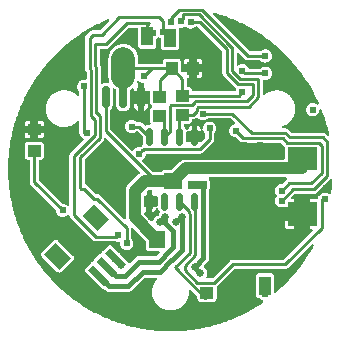
<source format=gbl>
G04 Layer: BottomLayer*
G04 EasyEDA v6.3.53, 2020-12-20T20:36:17+08:00*
G04 c64323ac755740268967727d35aa34f5,c1f3c4082e0f4854a6dddf38f96dced1,10*
G04 Gerber Generator version 0.2*
G04 Scale: 100 percent, Rotated: No, Reflected: No *
G04 Dimensions in millimeters *
G04 leading zeros omitted , absolute positions ,3 integer and 3 decimal *
%FSLAX33Y33*%
%MOMM*%
G90*
G71D02*

%ADD10C,0.254000*%
%ADD12C,0.599999*%
%ADD13C,0.450012*%
%ADD14C,0.649986*%
%ADD15C,0.611022*%
%ADD28C,0.999998*%
%ADD29C,1.999996*%
%ADD30C,0.699999*%
%ADD31R,0.999998X1.599997*%

%LPD*%
G36*
G01X15256Y26077D02*
G01X15241Y26078D01*
G01X15225Y26077D01*
G01X15210Y26073D01*
G01X15196Y26068D01*
G01X15182Y26060D01*
G01X15153Y26040D01*
G01X15123Y26023D01*
G01X15092Y26008D01*
G01X15060Y25994D01*
G01X15028Y25983D01*
G01X14995Y25973D01*
G01X14961Y25966D01*
G01X14927Y25961D01*
G01X14892Y25957D01*
G01X14857Y25956D01*
G01X14835Y25957D01*
G01X14831Y25957D01*
G01X14817Y25956D01*
G01X14803Y25953D01*
G01X14789Y25948D01*
G01X14776Y25941D01*
G01X14765Y25932D01*
G01X14755Y25922D01*
G01X14746Y25910D01*
G01X14739Y25897D01*
G01X14734Y25884D01*
G01X14731Y25870D01*
G01X14730Y25855D01*
G01X14730Y24314D01*
G01X14729Y24291D01*
G01X14725Y24267D01*
G01X14720Y24244D01*
G01X14712Y24222D01*
G01X14703Y24200D01*
G01X14691Y24179D01*
G01X14678Y24160D01*
G01X14663Y24142D01*
G01X14646Y24125D01*
G01X14628Y24110D01*
G01X14608Y24096D01*
G01X14588Y24085D01*
G01X14566Y24075D01*
G01X14543Y24068D01*
G01X14520Y24062D01*
G01X14497Y24059D01*
G01X14473Y24058D01*
G01X13473Y24058D01*
G01X13450Y24059D01*
G01X13426Y24062D01*
G01X13403Y24068D01*
G01X13381Y24075D01*
G01X13359Y24085D01*
G01X13338Y24096D01*
G01X13319Y24110D01*
G01X13300Y24125D01*
G01X13284Y24142D01*
G01X13268Y24160D01*
G01X13255Y24179D01*
G01X13244Y24200D01*
G01X13234Y24222D01*
G01X13226Y24244D01*
G01X13221Y24267D01*
G01X13218Y24291D01*
G01X13217Y24314D01*
G01X13217Y24993D01*
G01X13216Y25008D01*
G01X13212Y25022D01*
G01X13207Y25037D01*
G01X13199Y25050D01*
G01X13190Y25061D01*
G01X13179Y25072D01*
G01X13166Y25080D01*
G01X13153Y25087D01*
G01X13109Y25107D01*
G01X13066Y25131D01*
G01X13050Y25139D01*
G01X13031Y25144D01*
G01X13013Y25146D01*
G01X12997Y25145D01*
G01X12981Y25141D01*
G01X12967Y25135D01*
G01X12953Y25127D01*
G01X12941Y25116D01*
G01X12915Y25092D01*
G01X12888Y25070D01*
G01X12860Y25049D01*
G01X12830Y25031D01*
G01X12818Y25022D01*
G01X12807Y25012D01*
G01X12798Y25000D01*
G01X12790Y24987D01*
G01X12785Y24973D01*
G01X12781Y24958D01*
G01X12780Y24943D01*
G01X12780Y24431D01*
G01X12779Y24408D01*
G01X12776Y24384D01*
G01X12770Y24361D01*
G01X12763Y24339D01*
G01X12753Y24317D01*
G01X12742Y24296D01*
G01X12728Y24277D01*
G01X12713Y24259D01*
G01X12697Y24242D01*
G01X12678Y24227D01*
G01X12659Y24213D01*
G01X12638Y24202D01*
G01X12616Y24192D01*
G01X12594Y24185D01*
G01X12571Y24179D01*
G01X12547Y24176D01*
G01X12524Y24175D01*
G01X11524Y24175D01*
G01X11500Y24176D01*
G01X11477Y24179D01*
G01X11454Y24185D01*
G01X11431Y24192D01*
G01X11409Y24202D01*
G01X11389Y24213D01*
G01X11369Y24227D01*
G01X11351Y24242D01*
G01X11334Y24259D01*
G01X11319Y24277D01*
G01X11306Y24296D01*
G01X11294Y24317D01*
G01X11285Y24339D01*
G01X11277Y24361D01*
G01X11272Y24384D01*
G01X11268Y24408D01*
G01X11267Y24431D01*
G01X11267Y25851D01*
G01X11266Y25866D01*
G01X11263Y25880D01*
G01X11258Y25893D01*
G01X11251Y25906D01*
G01X11242Y25918D01*
G01X11232Y25928D01*
G01X11221Y25937D01*
G01X11208Y25944D01*
G01X11194Y25949D01*
G01X11180Y25952D01*
G01X11166Y25953D01*
G01X10507Y25953D01*
G01X10492Y25951D01*
G01X10476Y25948D01*
G01X10461Y25942D01*
G01X10448Y25933D01*
G01X10436Y25923D01*
G01X8800Y24285D01*
G01X8778Y24264D01*
G01X8754Y24246D01*
G01X8729Y24229D01*
G01X8703Y24214D01*
G01X8675Y24201D01*
G01X8647Y24191D01*
G01X8618Y24183D01*
G01X8588Y24177D01*
G01X8558Y24173D01*
G01X8528Y24172D01*
G01X8127Y24172D01*
G01X8113Y24171D01*
G01X8098Y24168D01*
G01X8085Y24163D01*
G01X8072Y24156D01*
G01X8060Y24147D01*
G01X8050Y24137D01*
G01X8042Y24126D01*
G01X8035Y24113D01*
G01X8030Y24099D01*
G01X8026Y24085D01*
G01X8025Y24071D01*
G01X8025Y22876D01*
G01X8027Y22860D01*
G01X8031Y22843D01*
G01X8038Y22828D01*
G01X8052Y22800D01*
G01X8063Y22770D01*
G01X8072Y22740D01*
G01X8079Y22709D01*
G01X8082Y22677D01*
G01X8084Y22646D01*
G01X8084Y21312D01*
G01X8085Y21298D01*
G01X8088Y21284D01*
G01X8093Y21270D01*
G01X8100Y21257D01*
G01X8109Y21246D01*
G01X8119Y21236D01*
G01X8130Y21227D01*
G01X8143Y21220D01*
G01X8157Y21215D01*
G01X8171Y21212D01*
G01X8185Y21211D01*
G01X8201Y21212D01*
G01X8217Y21216D01*
G01X8232Y21222D01*
G01X8264Y21237D01*
G01X8297Y21251D01*
G01X8331Y21262D01*
G01X8366Y21271D01*
G01X8401Y21279D01*
G01X8436Y21284D01*
G01X8472Y21287D01*
G01X8508Y21288D01*
G01X8548Y21287D01*
G01X8588Y21283D01*
G01X8628Y21276D01*
G01X8667Y21267D01*
G01X8705Y21255D01*
G01X8721Y21251D01*
G01X8738Y21250D01*
G01X8753Y21251D01*
G01X8767Y21254D01*
G01X8780Y21259D01*
G01X8793Y21266D01*
G01X8805Y21274D01*
G01X8815Y21285D01*
G01X8824Y21296D01*
G01X8831Y21309D01*
G01X8836Y21323D01*
G01X8839Y21337D01*
G01X8840Y21351D01*
G01X8838Y21369D01*
G01X8833Y21387D01*
G01X8814Y21441D01*
G01X8798Y21495D01*
G01X8784Y21550D01*
G01X8773Y21605D01*
G01X8764Y21661D01*
G01X8757Y21718D01*
G01X8754Y21774D01*
G01X8752Y21831D01*
G01X8752Y23331D01*
G01X8753Y23382D01*
G01X8756Y23432D01*
G01X8761Y23482D01*
G01X8768Y23533D01*
G01X8778Y23582D01*
G01X8789Y23632D01*
G01X8802Y23681D01*
G01X8817Y23729D01*
G01X8834Y23777D01*
G01X8853Y23824D01*
G01X8874Y23870D01*
G01X8896Y23915D01*
G01X8921Y23959D01*
G01X8947Y24003D01*
G01X8975Y24045D01*
G01X9004Y24086D01*
G01X9035Y24126D01*
G01X9068Y24164D01*
G01X9103Y24201D01*
G01X9138Y24237D01*
G01X9176Y24272D01*
G01X9214Y24304D01*
G01X9254Y24336D01*
G01X9295Y24365D01*
G01X9337Y24393D01*
G01X9381Y24419D01*
G01X9425Y24444D01*
G01X9470Y24466D01*
G01X9516Y24487D01*
G01X9563Y24506D01*
G01X9611Y24523D01*
G01X9659Y24538D01*
G01X9708Y24551D01*
G01X9757Y24562D01*
G01X9807Y24571D01*
G01X9857Y24578D01*
G01X9908Y24583D01*
G01X9958Y24587D01*
G01X10009Y24588D01*
G01X10059Y24587D01*
G01X10110Y24583D01*
G01X10160Y24578D01*
G01X10210Y24571D01*
G01X10260Y24562D01*
G01X10309Y24551D01*
G01X10358Y24538D01*
G01X10407Y24523D01*
G01X10454Y24506D01*
G01X10501Y24487D01*
G01X10547Y24466D01*
G01X10593Y24444D01*
G01X10637Y24419D01*
G01X10680Y24393D01*
G01X10723Y24365D01*
G01X10764Y24336D01*
G01X10842Y24272D01*
G01X10879Y24237D01*
G01X10915Y24201D01*
G01X10949Y24164D01*
G01X10982Y24126D01*
G01X11013Y24086D01*
G01X11043Y24045D01*
G01X11071Y24003D01*
G01X11097Y23959D01*
G01X11121Y23915D01*
G01X11144Y23870D01*
G01X11165Y23824D01*
G01X11184Y23777D01*
G01X11201Y23729D01*
G01X11216Y23681D01*
G01X11229Y23632D01*
G01X11240Y23582D01*
G01X11249Y23533D01*
G01X11256Y23482D01*
G01X11261Y23432D01*
G01X11264Y23382D01*
G01X11265Y23331D01*
G01X11265Y23013D01*
G01X11266Y22998D01*
G01X11269Y22984D01*
G01X11274Y22970D01*
G01X11281Y22958D01*
G01X11290Y22946D01*
G01X11300Y22936D01*
G01X11312Y22927D01*
G01X11325Y22920D01*
G01X11338Y22915D01*
G01X11352Y22912D01*
G01X11367Y22911D01*
G01X13255Y22911D01*
G01X13270Y22912D01*
G01X13284Y22915D01*
G01X13298Y22920D01*
G01X13310Y22927D01*
G01X13322Y22936D01*
G01X13332Y22946D01*
G01X13341Y22958D01*
G01X13348Y22970D01*
G01X13353Y22984D01*
G01X13356Y22998D01*
G01X13357Y23013D01*
G01X13357Y23077D01*
G01X13358Y23101D01*
G01X13361Y23125D01*
G01X13367Y23148D01*
G01X13374Y23170D01*
G01X13384Y23192D01*
G01X13395Y23213D01*
G01X13409Y23232D01*
G01X13424Y23250D01*
G01X13441Y23267D01*
G01X13459Y23282D01*
G01X13478Y23296D01*
G01X13499Y23307D01*
G01X13521Y23317D01*
G01X13543Y23324D01*
G01X13566Y23330D01*
G01X13590Y23333D01*
G01X13614Y23334D01*
G01X14614Y23334D01*
G01X14637Y23333D01*
G01X14661Y23330D01*
G01X14684Y23324D01*
G01X14706Y23317D01*
G01X14728Y23307D01*
G01X14749Y23296D01*
G01X14768Y23282D01*
G01X14786Y23267D01*
G01X14803Y23250D01*
G01X14818Y23232D01*
G01X14832Y23213D01*
G01X14843Y23192D01*
G01X14853Y23170D01*
G01X14860Y23148D01*
G01X14866Y23125D01*
G01X14869Y23101D01*
G01X14870Y23077D01*
G01X14870Y22355D01*
G01X14871Y22339D01*
G01X14875Y22324D01*
G01X14881Y22309D01*
G01X14889Y22295D01*
G01X14900Y22283D01*
G01X14983Y22200D01*
G01X14996Y22189D01*
G01X15009Y22181D01*
G01X15024Y22175D01*
G01X15039Y22171D01*
G01X15055Y22170D01*
G01X15071Y22171D01*
G01X15086Y22175D01*
G01X15101Y22181D01*
G01X15114Y22189D01*
G01X15600Y22189D01*
G01X15600Y21721D01*
G01X15486Y21721D01*
G01X15471Y21720D01*
G01X15457Y21717D01*
G01X15443Y21712D01*
G01X15431Y21705D01*
G01X15419Y21696D01*
G01X15409Y21686D01*
G01X15400Y21674D01*
G01X15393Y21662D01*
G01X15388Y21648D01*
G01X15385Y21634D01*
G01X15384Y21619D01*
G01X15384Y21053D01*
G01X15385Y21038D01*
G01X15388Y21024D01*
G01X15393Y21010D01*
G01X15400Y20998D01*
G01X15409Y20986D01*
G01X15419Y20976D01*
G01X15431Y20967D01*
G01X15443Y20960D01*
G01X15457Y20955D01*
G01X15471Y20952D01*
G01X15486Y20951D01*
G01X15551Y20951D01*
G01X15574Y20950D01*
G01X15598Y20947D01*
G01X15621Y20941D01*
G01X15643Y20934D01*
G01X15665Y20924D01*
G01X15686Y20913D01*
G01X15705Y20899D01*
G01X15723Y20884D01*
G01X15740Y20867D01*
G01X15755Y20849D01*
G01X15769Y20829D01*
G01X15780Y20809D01*
G01X15790Y20787D01*
G01X15797Y20765D01*
G01X15803Y20742D01*
G01X15806Y20718D01*
G01X15807Y20694D01*
G01X15807Y20680D01*
G01X15808Y20665D01*
G01X15811Y20651D01*
G01X15816Y20637D01*
G01X15823Y20625D01*
G01X15832Y20613D01*
G01X15842Y20603D01*
G01X15854Y20594D01*
G01X15866Y20587D01*
G01X15880Y20582D01*
G01X15894Y20579D01*
G01X15909Y20578D01*
G01X19451Y20578D01*
G01X19466Y20579D01*
G01X19481Y20583D01*
G01X19495Y20588D01*
G01X19508Y20595D01*
G01X19520Y20605D01*
G01X19530Y20616D01*
G01X19539Y20628D01*
G01X19545Y20642D01*
G01X19550Y20656D01*
G01X19560Y20694D01*
G01X19574Y20732D01*
G01X19579Y20750D01*
G01X19581Y20769D01*
G01X19580Y20783D01*
G01X19577Y20798D01*
G01X19572Y20811D01*
G01X19565Y20824D01*
G01X19556Y20835D01*
G01X19546Y20845D01*
G01X19535Y20854D01*
G01X19503Y20877D01*
G01X19474Y20904D01*
G01X18511Y21866D01*
G01X18491Y21889D01*
G01X18472Y21912D01*
G01X18455Y21937D01*
G01X18441Y21964D01*
G01X18428Y21991D01*
G01X18418Y22019D01*
G01X18409Y22048D01*
G01X18403Y22078D01*
G01X18400Y22108D01*
G01X18399Y22138D01*
G01X18399Y23926D01*
G01X18398Y23942D01*
G01X18394Y23958D01*
G01X18388Y23972D01*
G01X18379Y23986D01*
G01X18369Y23998D01*
G01X16339Y26040D01*
G01X16327Y26050D01*
G01X16313Y26058D01*
G01X16298Y26065D01*
G01X16283Y26068D01*
G01X16267Y26070D01*
G01X16155Y26070D01*
G01X16140Y26068D01*
G01X16125Y26065D01*
G01X16111Y26059D01*
G01X16098Y26052D01*
G01X16086Y26042D01*
G01X16059Y26019D01*
G01X16032Y25998D01*
G01X16002Y25978D01*
G01X15972Y25960D01*
G01X15941Y25944D01*
G01X15909Y25930D01*
G01X15875Y25919D01*
G01X15842Y25909D01*
G01X15807Y25901D01*
G01X15773Y25896D01*
G01X15738Y25892D01*
G01X15703Y25891D01*
G01X15667Y25892D01*
G01X15631Y25896D01*
G01X15595Y25902D01*
G01X15560Y25910D01*
G01X15525Y25920D01*
G01X15492Y25932D01*
G01X15459Y25947D01*
G01X15427Y25964D01*
G01X15396Y25982D01*
G01X15366Y26003D01*
G01X15338Y26025D01*
G01X15312Y26050D01*
G01X15299Y26060D01*
G01X15286Y26068D01*
G01X15272Y26073D01*
G01X15256Y26077D01*
G37*

%LPC*%
G36*
G01X15600Y23334D02*
G01X15413Y23334D01*
G01X15390Y23333D01*
G01X15366Y23330D01*
G01X15343Y23324D01*
G01X15321Y23317D01*
G01X15299Y23307D01*
G01X15278Y23296D01*
G01X15259Y23282D01*
G01X15241Y23267D01*
G01X15224Y23250D01*
G01X15209Y23232D01*
G01X15195Y23213D01*
G01X15184Y23192D01*
G01X15174Y23170D01*
G01X15167Y23148D01*
G01X15161Y23125D01*
G01X15158Y23101D01*
G01X15157Y23077D01*
G01X15157Y22866D01*
G01X15600Y22866D01*
G01X15600Y23334D01*
G37*
G36*
G01X16670Y22189D02*
G01X16227Y22189D01*
G01X16227Y21721D01*
G01X16413Y21721D01*
G01X16437Y21722D01*
G01X16461Y21725D01*
G01X16484Y21731D01*
G01X16506Y21738D01*
G01X16528Y21748D01*
G01X16548Y21759D01*
G01X16568Y21773D01*
G01X16586Y21788D01*
G01X16603Y21805D01*
G01X16618Y21823D01*
G01X16632Y21842D01*
G01X16643Y21863D01*
G01X16653Y21885D01*
G01X16660Y21907D01*
G01X16666Y21930D01*
G01X16669Y21954D01*
G01X16670Y21977D01*
G01X16670Y22189D01*
G37*
G36*
G01X16413Y23334D02*
G01X16227Y23334D01*
G01X16227Y22866D01*
G01X16670Y22866D01*
G01X16670Y23077D01*
G01X16669Y23101D01*
G01X16666Y23125D01*
G01X16660Y23148D01*
G01X16653Y23170D01*
G01X16643Y23192D01*
G01X16632Y23213D01*
G01X16618Y23232D01*
G01X16603Y23250D01*
G01X16586Y23267D01*
G01X16568Y23282D01*
G01X16548Y23296D01*
G01X16528Y23307D01*
G01X16506Y23317D01*
G01X16484Y23324D01*
G01X16461Y23330D01*
G01X16437Y23333D01*
G01X16413Y23334D01*
G37*

%LPD*%
G36*
G01X17729Y27227D02*
G01X17702Y27231D01*
G01X17687Y27230D01*
G01X17673Y27227D01*
G01X17659Y27222D01*
G01X17647Y27215D01*
G01X17635Y27206D01*
G01X17625Y27196D01*
G01X17616Y27184D01*
G01X17609Y27172D01*
G01X17604Y27158D01*
G01X17601Y27144D01*
G01X17600Y27129D01*
G01X17601Y27113D01*
G01X17605Y27098D01*
G01X17611Y27083D01*
G01X17619Y27070D01*
G01X17630Y27057D01*
G01X20694Y23994D01*
G01X20706Y23983D01*
G01X20719Y23975D01*
G01X20734Y23969D01*
G01X20750Y23965D01*
G01X20765Y23964D01*
G01X21581Y23964D01*
G01X21596Y23965D01*
G01X21611Y23969D01*
G01X21625Y23974D01*
G01X21638Y23982D01*
G01X21650Y23991D01*
G01X21677Y24014D01*
G01X21704Y24036D01*
G01X21733Y24056D01*
G01X21764Y24073D01*
G01X21795Y24089D01*
G01X21827Y24103D01*
G01X21861Y24115D01*
G01X21894Y24125D01*
G01X21929Y24133D01*
G01X21963Y24138D01*
G01X21998Y24141D01*
G01X22033Y24142D01*
G01X22067Y24141D01*
G01X22101Y24138D01*
G01X22135Y24133D01*
G01X22168Y24126D01*
G01X22201Y24117D01*
G01X22233Y24106D01*
G01X22264Y24093D01*
G01X22295Y24078D01*
G01X22324Y24061D01*
G01X22353Y24043D01*
G01X22380Y24023D01*
G01X22406Y24001D01*
G01X22431Y23978D01*
G01X22454Y23953D01*
G01X22476Y23927D01*
G01X22496Y23900D01*
G01X22514Y23871D01*
G01X22531Y23842D01*
G01X22546Y23811D01*
G01X22559Y23780D01*
G01X22570Y23748D01*
G01X22579Y23715D01*
G01X22586Y23682D01*
G01X22591Y23648D01*
G01X22595Y23614D01*
G01X22596Y23580D01*
G01X22595Y23546D01*
G01X22591Y23513D01*
G01X22586Y23479D01*
G01X22579Y23446D01*
G01X22570Y23413D01*
G01X22559Y23381D01*
G01X22546Y23350D01*
G01X22531Y23319D01*
G01X22514Y23290D01*
G01X22496Y23261D01*
G01X22476Y23234D01*
G01X22454Y23208D01*
G01X22431Y23183D01*
G01X22406Y23160D01*
G01X22380Y23138D01*
G01X22353Y23118D01*
G01X22324Y23099D01*
G01X22295Y23083D01*
G01X22264Y23068D01*
G01X22233Y23055D01*
G01X22201Y23044D01*
G01X22168Y23035D01*
G01X22135Y23027D01*
G01X22101Y23022D01*
G01X22067Y23019D01*
G01X22033Y23018D01*
G01X21998Y23019D01*
G01X21963Y23023D01*
G01X21929Y23028D01*
G01X21894Y23036D01*
G01X21860Y23046D01*
G01X21827Y23057D01*
G01X21795Y23071D01*
G01X21764Y23087D01*
G01X21733Y23105D01*
G01X21704Y23125D01*
G01X21676Y23146D01*
G01X21650Y23170D01*
G01X21638Y23179D01*
G01X21625Y23187D01*
G01X21611Y23192D01*
G01X21596Y23196D01*
G01X21581Y23197D01*
G01X20564Y23197D01*
G01X20534Y23198D01*
G01X20504Y23202D01*
G01X20475Y23208D01*
G01X20446Y23216D01*
G01X20418Y23226D01*
G01X20390Y23239D01*
G01X20364Y23253D01*
G01X20339Y23270D01*
G01X20315Y23289D01*
G01X20293Y23309D01*
G01X19782Y23820D01*
G01X19770Y23830D01*
G01X19757Y23839D01*
G01X19742Y23845D01*
G01X19727Y23849D01*
G01X19711Y23850D01*
G01X19696Y23849D01*
G01X19682Y23846D01*
G01X19668Y23841D01*
G01X19656Y23834D01*
G01X19644Y23825D01*
G01X19634Y23815D01*
G01X19625Y23803D01*
G01X19618Y23790D01*
G01X19613Y23777D01*
G01X19610Y23763D01*
G01X19609Y23748D01*
G01X19609Y22859D01*
G01X19610Y22845D01*
G01X19613Y22831D01*
G01X19618Y22817D01*
G01X19625Y22805D01*
G01X19634Y22793D01*
G01X19644Y22783D01*
G01X19656Y22774D01*
G01X19668Y22767D01*
G01X19682Y22762D01*
G01X19696Y22759D01*
G01X19711Y22758D01*
G01X19726Y22759D01*
G01X19742Y22763D01*
G01X19756Y22769D01*
G01X19770Y22777D01*
G01X19799Y22796D01*
G01X19829Y22814D01*
G01X19860Y22829D01*
G01X19892Y22843D01*
G01X19925Y22855D01*
G01X19958Y22864D01*
G01X19992Y22872D01*
G01X20027Y22877D01*
G01X20062Y22880D01*
G01X20096Y22882D01*
G01X20132Y22880D01*
G01X20167Y22877D01*
G01X20203Y22871D01*
G01X20237Y22864D01*
G01X20272Y22854D01*
G01X20305Y22841D01*
G01X20338Y22827D01*
G01X20369Y22811D01*
G01X20400Y22793D01*
G01X20429Y22773D01*
G01X20457Y22751D01*
G01X20484Y22727D01*
G01X20509Y22702D01*
G01X20532Y22675D01*
G01X20554Y22646D01*
G01X20573Y22617D01*
G01X20591Y22586D01*
G01X20607Y22554D01*
G01X20614Y22542D01*
G01X20623Y22530D01*
G01X20633Y22520D01*
G01X20645Y22511D01*
G01X20657Y22504D01*
G01X20671Y22499D01*
G01X20685Y22496D01*
G01X20700Y22495D01*
G01X21594Y22495D01*
G01X21609Y22496D01*
G01X21624Y22500D01*
G01X21638Y22505D01*
G01X21651Y22513D01*
G01X21663Y22522D01*
G01X21689Y22546D01*
G01X21717Y22567D01*
G01X21746Y22587D01*
G01X21777Y22605D01*
G01X21808Y22620D01*
G01X21840Y22634D01*
G01X21873Y22646D01*
G01X21907Y22656D01*
G01X21942Y22664D01*
G01X21976Y22669D01*
G01X22011Y22672D01*
G01X22046Y22674D01*
G01X22080Y22673D01*
G01X22114Y22669D01*
G01X22148Y22664D01*
G01X22181Y22657D01*
G01X22214Y22648D01*
G01X22246Y22637D01*
G01X22277Y22624D01*
G01X22308Y22609D01*
G01X22337Y22592D01*
G01X22366Y22574D01*
G01X22393Y22554D01*
G01X22419Y22532D01*
G01X22444Y22509D01*
G01X22467Y22484D01*
G01X22489Y22458D01*
G01X22509Y22431D01*
G01X22527Y22402D01*
G01X22544Y22373D01*
G01X22559Y22342D01*
G01X22572Y22311D01*
G01X22583Y22279D01*
G01X22592Y22246D01*
G01X22599Y22213D01*
G01X22604Y22179D01*
G01X22607Y22145D01*
G01X22608Y22111D01*
G01X22607Y22078D01*
G01X22604Y22044D01*
G01X22599Y22010D01*
G01X22592Y21977D01*
G01X22583Y21944D01*
G01X22572Y21912D01*
G01X22559Y21881D01*
G01X22544Y21850D01*
G01X22527Y21821D01*
G01X22509Y21792D01*
G01X22489Y21765D01*
G01X22467Y21739D01*
G01X22444Y21714D01*
G01X22419Y21691D01*
G01X22393Y21669D01*
G01X22366Y21649D01*
G01X22337Y21630D01*
G01X22308Y21614D01*
G01X22277Y21599D01*
G01X22246Y21586D01*
G01X22214Y21575D01*
G01X22181Y21566D01*
G01X22148Y21559D01*
G01X22114Y21554D01*
G01X22080Y21550D01*
G01X22046Y21549D01*
G01X22011Y21551D01*
G01X21975Y21554D01*
G01X21940Y21560D01*
G01X21921Y21561D01*
G01X21906Y21560D01*
G01X21892Y21557D01*
G01X21878Y21552D01*
G01X21866Y21545D01*
G01X21854Y21537D01*
G01X21844Y21526D01*
G01X21835Y21515D01*
G01X21828Y21502D01*
G01X21823Y21488D01*
G01X21820Y21474D01*
G01X21819Y21460D01*
G01X21819Y20370D01*
G01X21820Y20356D01*
G01X21823Y20341D01*
G01X21828Y20328D01*
G01X21835Y20315D01*
G01X21844Y20304D01*
G01X21854Y20293D01*
G01X21866Y20285D01*
G01X21878Y20278D01*
G01X21892Y20273D01*
G01X21906Y20270D01*
G01X21921Y20269D01*
G01X21935Y20270D01*
G01X21949Y20273D01*
G01X21962Y20278D01*
G01X21975Y20284D01*
G01X21987Y20293D01*
G01X22031Y20330D01*
G01X22078Y20365D01*
G01X22125Y20399D01*
G01X22174Y20430D01*
G01X22223Y20460D01*
G01X22274Y20488D01*
G01X22326Y20514D01*
G01X22379Y20538D01*
G01X22432Y20561D01*
G01X22487Y20581D01*
G01X22542Y20599D01*
G01X22598Y20615D01*
G01X22654Y20629D01*
G01X22711Y20641D01*
G01X22768Y20650D01*
G01X22826Y20658D01*
G01X22883Y20663D01*
G01X22941Y20666D01*
G01X22999Y20668D01*
G01X23056Y20666D01*
G01X23113Y20663D01*
G01X23170Y20658D01*
G01X23226Y20651D01*
G01X23282Y20642D01*
G01X23338Y20630D01*
G01X23393Y20617D01*
G01X23448Y20602D01*
G01X23502Y20584D01*
G01X23555Y20565D01*
G01X23608Y20544D01*
G01X23660Y20520D01*
G01X23711Y20495D01*
G01X23761Y20468D01*
G01X23810Y20440D01*
G01X23858Y20409D01*
G01X23905Y20377D01*
G01X23951Y20343D01*
G01X23995Y20307D01*
G01X24038Y20270D01*
G01X24080Y20232D01*
G01X24120Y20191D01*
G01X24159Y20150D01*
G01X24196Y20107D01*
G01X24231Y20062D01*
G01X24265Y20017D01*
G01X24298Y19970D01*
G01X24328Y19922D01*
G01X24357Y19873D01*
G01X24384Y19823D01*
G01X24409Y19772D01*
G01X24432Y19720D01*
G01X24453Y19667D01*
G01X24473Y19614D01*
G01X24490Y19559D01*
G01X24505Y19505D01*
G01X24519Y19449D01*
G01X24530Y19394D01*
G01X24539Y19338D01*
G01X24547Y19281D01*
G01X24552Y19225D01*
G01X24555Y19168D01*
G01X24556Y19111D01*
G01X24555Y19053D01*
G01X24552Y18996D01*
G01X24546Y18938D01*
G01X24539Y18881D01*
G01X24529Y18825D01*
G01X24518Y18768D01*
G01X24504Y18712D01*
G01X24488Y18657D01*
G01X24470Y18602D01*
G01X24451Y18548D01*
G01X24429Y18495D01*
G01X24405Y18442D01*
G01X24379Y18391D01*
G01X24352Y18340D01*
G01X24322Y18290D01*
G01X24291Y18242D01*
G01X24258Y18195D01*
G01X24223Y18149D01*
G01X24187Y18104D01*
G01X24149Y18061D01*
G01X24109Y18019D01*
G01X24068Y17979D01*
G01X24025Y17940D01*
G01X23981Y17903D01*
G01X23936Y17867D01*
G01X23889Y17834D01*
G01X23841Y17802D01*
G01X23792Y17771D01*
G01X23742Y17743D01*
G01X23691Y17716D01*
G01X23639Y17692D01*
G01X23586Y17669D01*
G01X23532Y17648D01*
G01X23518Y17642D01*
G01X23505Y17634D01*
G01X23493Y17623D01*
G01X23484Y17611D01*
G01X23476Y17598D01*
G01X23470Y17583D01*
G01X23466Y17568D01*
G01X23465Y17553D01*
G01X23466Y17538D01*
G01X23469Y17524D01*
G01X23474Y17511D01*
G01X23481Y17498D01*
G01X23490Y17486D01*
G01X23500Y17476D01*
G01X23512Y17467D01*
G01X23538Y17455D01*
G01X23552Y17452D01*
G01X23567Y17451D01*
G01X23735Y17451D01*
G01X23765Y17450D01*
G01X23795Y17447D01*
G01X23825Y17441D01*
G01X23854Y17433D01*
G01X23882Y17422D01*
G01X23909Y17410D01*
G01X23936Y17395D01*
G01X23961Y17378D01*
G01X23984Y17359D01*
G01X24006Y17339D01*
G01X24256Y17090D01*
G01X24268Y17080D01*
G01X24281Y17071D01*
G01X24296Y17065D01*
G01X24312Y17061D01*
G01X24327Y17060D01*
G01X26882Y17060D01*
G01X26912Y17059D01*
G01X26942Y17055D01*
G01X26972Y17050D01*
G01X27001Y17041D01*
G01X27029Y17031D01*
G01X27056Y17018D01*
G01X27083Y17004D01*
G01X27108Y16987D01*
G01X27131Y16968D01*
G01X27154Y16948D01*
G01X27253Y16848D01*
G01X27265Y16838D01*
G01X27279Y16830D01*
G01X27294Y16823D01*
G01X27309Y16820D01*
G01X27325Y16818D01*
G01X27339Y16820D01*
G01X27354Y16823D01*
G01X27367Y16828D01*
G01X27380Y16835D01*
G01X27392Y16843D01*
G01X27402Y16854D01*
G01X27410Y16865D01*
G01X27417Y16878D01*
G01X27422Y16891D01*
G01X27426Y16906D01*
G01X27427Y16920D01*
G01X27424Y16942D01*
G01X27385Y17116D01*
G01X27343Y17290D01*
G01X27299Y17463D01*
G01X27253Y17635D01*
G01X27205Y17807D01*
G01X27154Y17978D01*
G01X27102Y18149D01*
G01X27047Y18319D01*
G01X26989Y18488D01*
G01X26930Y18656D01*
G01X26868Y18824D01*
G01X26805Y18990D01*
G01X26798Y19004D01*
G01X26789Y19017D01*
G01X26779Y19028D01*
G01X26767Y19037D01*
G01X26754Y19045D01*
G01X26740Y19051D01*
G01X26725Y19054D01*
G01X26710Y19055D01*
G01X26695Y19054D01*
G01X26681Y19051D01*
G01X26667Y19046D01*
G01X26654Y19038D01*
G01X26642Y19029D01*
G01X26632Y19019D01*
G01X26623Y19007D01*
G01X26617Y18994D01*
G01X26612Y18980D01*
G01X26609Y18965D01*
G01X26604Y18931D01*
G01X26597Y18898D01*
G01X26588Y18865D01*
G01X26577Y18832D01*
G01X26565Y18801D01*
G01X26550Y18770D01*
G01X26533Y18740D01*
G01X26515Y18711D01*
G01X26495Y18684D01*
G01X26473Y18657D01*
G01X26450Y18633D01*
G01X26425Y18609D01*
G01X26399Y18587D01*
G01X26371Y18567D01*
G01X26343Y18548D01*
G01X26313Y18531D01*
G01X26282Y18516D01*
G01X26251Y18503D01*
G01X26219Y18492D01*
G01X26186Y18483D01*
G01X26152Y18475D01*
G01X26119Y18470D01*
G01X26085Y18467D01*
G01X26051Y18466D01*
G01X26017Y18467D01*
G01X25983Y18470D01*
G01X25949Y18475D01*
G01X25916Y18482D01*
G01X25883Y18492D01*
G01X25851Y18503D01*
G01X25820Y18516D01*
G01X25789Y18531D01*
G01X25760Y18547D01*
G01X25731Y18566D01*
G01X25704Y18586D01*
G01X25678Y18607D01*
G01X25653Y18631D01*
G01X25630Y18655D01*
G01X25608Y18682D01*
G01X25588Y18709D01*
G01X25570Y18737D01*
G01X25553Y18767D01*
G01X25538Y18797D01*
G01X25525Y18829D01*
G01X25514Y18861D01*
G01X25505Y18894D01*
G01X25498Y18927D01*
G01X25493Y18960D01*
G01X25489Y18994D01*
G01X25488Y19028D01*
G01X25489Y19062D01*
G01X25493Y19096D01*
G01X25498Y19129D01*
G01X25505Y19163D01*
G01X25514Y19195D01*
G01X25525Y19227D01*
G01X25538Y19259D01*
G01X25553Y19289D01*
G01X25570Y19319D01*
G01X25588Y19347D01*
G01X25608Y19375D01*
G01X25630Y19401D01*
G01X25653Y19426D01*
G01X25678Y19449D01*
G01X25704Y19471D01*
G01X25731Y19491D01*
G01X25760Y19509D01*
G01X25789Y19526D01*
G01X25820Y19541D01*
G01X25851Y19554D01*
G01X25883Y19565D01*
G01X25916Y19574D01*
G01X25949Y19581D01*
G01X25983Y19586D01*
G01X26017Y19589D01*
G01X26051Y19590D01*
G01X26085Y19589D01*
G01X26119Y19586D01*
G01X26152Y19581D01*
G01X26186Y19574D01*
G01X26218Y19565D01*
G01X26251Y19553D01*
G01X26282Y19540D01*
G01X26313Y19525D01*
G01X26342Y19508D01*
G01X26371Y19490D01*
G01X26398Y19470D01*
G01X26413Y19460D01*
G01X26428Y19453D01*
G01X26444Y19449D01*
G01X26461Y19448D01*
G01X26476Y19449D01*
G01X26490Y19452D01*
G01X26504Y19457D01*
G01X26516Y19464D01*
G01X26528Y19473D01*
G01X26538Y19483D01*
G01X26547Y19494D01*
G01X26554Y19507D01*
G01X26559Y19521D01*
G01X26562Y19535D01*
G01X26563Y19549D01*
G01X26561Y19570D01*
G01X26554Y19591D01*
G01X26485Y19743D01*
G01X26414Y19895D01*
G01X26342Y20046D01*
G01X26267Y20195D01*
G01X26191Y20344D01*
G01X26112Y20492D01*
G01X26032Y20640D01*
G01X25951Y20786D01*
G01X25867Y20931D01*
G01X25782Y21075D01*
G01X25695Y21218D01*
G01X25606Y21360D01*
G01X25515Y21500D01*
G01X25423Y21640D01*
G01X25329Y21779D01*
G01X25234Y21916D01*
G01X25136Y22052D01*
G01X25038Y22187D01*
G01X24937Y22321D01*
G01X24835Y22454D01*
G01X24731Y22585D01*
G01X24626Y22715D01*
G01X24519Y22844D01*
G01X24410Y22972D01*
G01X24300Y23098D01*
G01X24189Y23222D01*
G01X24076Y23346D01*
G01X23961Y23468D01*
G01X23845Y23589D01*
G01X23727Y23708D01*
G01X23608Y23826D01*
G01X23488Y23942D01*
G01X23366Y24057D01*
G01X23243Y24170D01*
G01X23118Y24282D01*
G01X22993Y24392D01*
G01X22865Y24501D01*
G01X22737Y24608D01*
G01X22607Y24714D01*
G01X22476Y24818D01*
G01X22343Y24920D01*
G01X22210Y25021D01*
G01X22075Y25120D01*
G01X21939Y25218D01*
G01X21802Y25314D01*
G01X21663Y25408D01*
G01X21524Y25500D01*
G01X21383Y25591D01*
G01X21241Y25680D01*
G01X21098Y25767D01*
G01X20955Y25853D01*
G01X20810Y25937D01*
G01X20664Y26019D01*
G01X20517Y26099D01*
G01X20369Y26178D01*
G01X20220Y26254D01*
G01X20071Y26329D01*
G01X19920Y26402D01*
G01X19768Y26474D01*
G01X19616Y26543D01*
G01X19463Y26610D01*
G01X19309Y26676D01*
G01X19154Y26740D01*
G01X18998Y26802D01*
G01X18842Y26861D01*
G01X18685Y26919D01*
G01X18527Y26976D01*
G01X18369Y27030D01*
G01X18210Y27082D01*
G01X18050Y27132D01*
G01X17890Y27181D01*
G01X17729Y27227D01*
G37*

%LPD*%
G36*
G01X11297Y21457D02*
G01X11281Y21458D01*
G01X11266Y21457D01*
G01X11251Y21453D01*
G01X11237Y21448D01*
G01X11223Y21440D01*
G01X11211Y21430D01*
G01X11201Y21419D01*
G01X11193Y21406D01*
G01X11186Y21392D01*
G01X11184Y21387D01*
G01X11179Y21369D01*
G01X11178Y21351D01*
G01X11179Y21336D01*
G01X11182Y21321D01*
G01X11188Y21307D01*
G01X11195Y21294D01*
G01X11205Y21282D01*
G01X11216Y21272D01*
G01X11228Y21263D01*
G01X11242Y21257D01*
G01X11256Y21252D01*
G01X11271Y21250D01*
G01X11271Y20620D01*
G01X10903Y20620D01*
G01X10903Y20682D01*
G01X10905Y20723D01*
G01X10905Y20730D01*
G01X10904Y20744D01*
G01X10901Y20758D01*
G01X10896Y20772D01*
G01X10889Y20785D01*
G01X10880Y20796D01*
G01X10870Y20806D01*
G01X10858Y20815D01*
G01X10846Y20822D01*
G01X10832Y20827D01*
G01X10818Y20830D01*
G01X10803Y20831D01*
G01X10788Y20830D01*
G01X10772Y20826D01*
G01X10757Y20820D01*
G01X10744Y20812D01*
G01X10664Y20759D01*
G01X10652Y20750D01*
G01X10641Y20740D01*
G01X10632Y20728D01*
G01X10625Y20715D01*
G01X10620Y20701D01*
G01X10616Y20687D01*
G01X10615Y20672D01*
G01X10615Y19481D01*
G01X10614Y19445D01*
G01X10611Y19410D01*
G01X10606Y19375D01*
G01X10599Y19341D01*
G01X10590Y19307D01*
G01X10579Y19273D01*
G01X10566Y19241D01*
G01X10551Y19209D01*
G01X10534Y19177D01*
G01X10516Y19147D01*
G01X10495Y19119D01*
G01X10473Y19091D01*
G01X10450Y19065D01*
G01X10425Y19040D01*
G01X10399Y19016D01*
G01X10371Y18994D01*
G01X10342Y18974D01*
G01X10312Y18955D01*
G01X10281Y18939D01*
G01X10249Y18924D01*
G01X10216Y18911D01*
G01X10183Y18900D01*
G01X10149Y18891D01*
G01X10114Y18883D01*
G01X10079Y18878D01*
G01X10044Y18875D01*
G01X10009Y18874D01*
G01X9973Y18875D01*
G01X9938Y18878D01*
G01X9903Y18883D01*
G01X9869Y18891D01*
G01X9835Y18900D01*
G01X9801Y18911D01*
G01X9769Y18924D01*
G01X9737Y18939D01*
G01X9705Y18955D01*
G01X9675Y18974D01*
G01X9647Y18994D01*
G01X9619Y19016D01*
G01X9593Y19040D01*
G01X9568Y19065D01*
G01X9544Y19091D01*
G01X9522Y19119D01*
G01X9502Y19147D01*
G01X9483Y19177D01*
G01X9467Y19209D01*
G01X9452Y19241D01*
G01X9439Y19273D01*
G01X9428Y19307D01*
G01X9419Y19341D01*
G01X9411Y19375D01*
G01X9406Y19410D01*
G01X9403Y19445D01*
G01X9402Y19481D01*
G01X9402Y20672D01*
G01X9401Y20687D01*
G01X9398Y20701D01*
G01X9393Y20715D01*
G01X9385Y20728D01*
G01X9376Y20740D01*
G01X9366Y20750D01*
G01X9354Y20759D01*
G01X9274Y20812D01*
G01X9260Y20820D01*
G01X9245Y20826D01*
G01X9230Y20830D01*
G01X9214Y20831D01*
G01X9200Y20830D01*
G01X9186Y20827D01*
G01X9172Y20822D01*
G01X9159Y20815D01*
G01X9148Y20806D01*
G01X9137Y20796D01*
G01X9129Y20785D01*
G01X9122Y20772D01*
G01X9117Y20758D01*
G01X9114Y20744D01*
G01X9113Y20730D01*
G01X9113Y20723D01*
G01X9114Y20682D01*
G01X9114Y19482D01*
G01X9113Y19446D01*
G01X9110Y19411D01*
G01X9105Y19376D01*
G01X9098Y19342D01*
G01X9089Y19308D01*
G01X9077Y19274D01*
G01X9064Y19241D01*
G01X9049Y19209D01*
G01X9033Y19178D01*
G01X9014Y19148D01*
G01X8994Y19119D01*
G01X8972Y19091D01*
G01X8948Y19065D01*
G01X8923Y19040D01*
G01X8912Y19028D01*
G01X8903Y19014D01*
G01X8897Y18999D01*
G01X8893Y18983D01*
G01X8892Y18966D01*
G01X8892Y17416D01*
G01X8893Y17400D01*
G01X8897Y17385D01*
G01X8903Y17370D01*
G01X8911Y17356D01*
G01X8921Y17344D01*
G01X10711Y15554D01*
G01X10723Y15544D01*
G01X10737Y15536D01*
G01X10751Y15530D01*
G01X10767Y15526D01*
G01X10783Y15525D01*
G01X10798Y15526D01*
G01X10813Y15529D01*
G01X10827Y15535D01*
G01X10840Y15543D01*
G01X10852Y15552D01*
G01X10863Y15564D01*
G01X10871Y15576D01*
G01X10889Y15606D01*
G01X10908Y15634D01*
G01X10952Y15686D01*
G01X10977Y15710D01*
G01X11002Y15733D01*
G01X11029Y15754D01*
G01X11057Y15773D01*
G01X11087Y15790D01*
G01X11117Y15806D01*
G01X11148Y15820D01*
G01X11180Y15832D01*
G01X11213Y15842D01*
G01X11246Y15850D01*
G01X11280Y15856D01*
G01X11314Y15860D01*
G01X11348Y15861D01*
G01X11363Y15863D01*
G01X11378Y15867D01*
G01X11393Y15873D01*
G01X11406Y15881D01*
G01X11437Y15901D01*
G01X11469Y15919D01*
G01X11503Y15933D01*
G01X11522Y15942D01*
G01X11539Y15955D01*
G01X11560Y15973D01*
G01X11583Y15990D01*
G01X11606Y16006D01*
G01X11631Y16019D01*
G01X11645Y16027D01*
G01X11657Y16038D01*
G01X11668Y16050D01*
G01X11676Y16064D01*
G01X11682Y16078D01*
G01X11686Y16094D01*
G01X11687Y16110D01*
G01X11684Y16136D01*
G01X11676Y16172D01*
G01X11670Y16208D01*
G01X11666Y16244D01*
G01X11665Y16280D01*
G01X11665Y16711D01*
G01X11664Y16727D01*
G01X11660Y16743D01*
G01X11654Y16758D01*
G01X11646Y16771D01*
G01X11635Y16783D01*
G01X11233Y17185D01*
G01X11221Y17196D01*
G01X11207Y17204D01*
G01X11193Y17210D01*
G01X11177Y17214D01*
G01X11161Y17215D01*
G01X11146Y17214D01*
G01X11131Y17211D01*
G01X11117Y17205D01*
G01X11104Y17197D01*
G01X11092Y17188D01*
G01X11066Y17165D01*
G01X11038Y17144D01*
G01X11009Y17124D01*
G01X10979Y17107D01*
G01X10948Y17091D01*
G01X10915Y17077D01*
G01X10883Y17065D01*
G01X10849Y17056D01*
G01X10815Y17048D01*
G01X10780Y17043D01*
G01X10745Y17039D01*
G01X10710Y17038D01*
G01X10676Y17039D01*
G01X10643Y17042D01*
G01X10609Y17048D01*
G01X10576Y17055D01*
G01X10543Y17064D01*
G01X10511Y17075D01*
G01X10480Y17088D01*
G01X10449Y17103D01*
G01X10420Y17119D01*
G01X10391Y17138D01*
G01X10364Y17158D01*
G01X10338Y17180D01*
G01X10313Y17203D01*
G01X10290Y17228D01*
G01X10268Y17254D01*
G01X10248Y17281D01*
G01X10229Y17310D01*
G01X10213Y17339D01*
G01X10198Y17370D01*
G01X10185Y17401D01*
G01X10174Y17433D01*
G01X10165Y17466D01*
G01X10158Y17499D01*
G01X10152Y17533D01*
G01X10149Y17566D01*
G01X10148Y17600D01*
G01X10149Y17634D01*
G01X10152Y17668D01*
G01X10158Y17702D01*
G01X10165Y17735D01*
G01X10174Y17768D01*
G01X10185Y17800D01*
G01X10198Y17831D01*
G01X10213Y17862D01*
G01X10229Y17891D01*
G01X10248Y17920D01*
G01X10268Y17947D01*
G01X10290Y17973D01*
G01X10313Y17998D01*
G01X10338Y18021D01*
G01X10364Y18043D01*
G01X10391Y18063D01*
G01X10420Y18081D01*
G01X10449Y18098D01*
G01X10480Y18113D01*
G01X10511Y18126D01*
G01X10543Y18137D01*
G01X10576Y18146D01*
G01X10609Y18153D01*
G01X10643Y18158D01*
G01X10676Y18161D01*
G01X10710Y18162D01*
G01X10746Y18161D01*
G01X10781Y18158D01*
G01X10815Y18153D01*
G01X10850Y18145D01*
G01X10883Y18135D01*
G01X10917Y18123D01*
G01X10949Y18109D01*
G01X10980Y18094D01*
G01X11011Y18076D01*
G01X11040Y18056D01*
G01X11067Y18034D01*
G01X11094Y18011D01*
G01X11106Y18002D01*
G01X11119Y17994D01*
G01X11133Y17989D01*
G01X11148Y17985D01*
G01X11163Y17984D01*
G01X11360Y17984D01*
G01X11390Y17983D01*
G01X11420Y17979D01*
G01X11450Y17973D01*
G01X11479Y17965D01*
G01X11507Y17955D01*
G01X11535Y17942D01*
G01X11561Y17927D01*
G01X11586Y17911D01*
G01X11609Y17892D01*
G01X11632Y17872D01*
G01X11812Y17691D01*
G01X11824Y17681D01*
G01X11838Y17673D01*
G01X11852Y17667D01*
G01X11868Y17663D01*
G01X11884Y17662D01*
G01X11902Y17663D01*
G01X11919Y17668D01*
G01X11936Y17676D01*
G01X11969Y17694D01*
G01X12003Y17710D01*
G01X12038Y17724D01*
G01X12073Y17735D01*
G01X12110Y17744D01*
G01X12147Y17750D01*
G01X12184Y17754D01*
G01X12221Y17755D01*
G01X12226Y17755D01*
G01X12240Y17756D01*
G01X12255Y17759D01*
G01X12268Y17764D01*
G01X12281Y17771D01*
G01X12292Y17780D01*
G01X12303Y17790D01*
G01X12311Y17802D01*
G01X12318Y17814D01*
G01X12323Y17828D01*
G01X12326Y17842D01*
G01X12328Y17856D01*
G01X12325Y17878D01*
G01X12319Y17898D01*
G01X12309Y17923D01*
G01X12302Y17950D01*
G01X12297Y17976D01*
G01X12296Y18004D01*
G01X12296Y19004D01*
G01X12297Y19027D01*
G01X12300Y19050D01*
G01X12305Y19072D01*
G01X12312Y19094D01*
G01X12322Y19115D01*
G01X12333Y19136D01*
G01X12345Y19155D01*
G01X12360Y19173D01*
G01X12376Y19190D01*
G01X12394Y19205D01*
G01X12412Y19218D01*
G01X12424Y19227D01*
G01X12434Y19237D01*
G01X12443Y19249D01*
G01X12449Y19262D01*
G01X12454Y19275D01*
G01X12457Y19289D01*
G01X12458Y19303D01*
G01X12457Y19318D01*
G01X12454Y19332D01*
G01X12449Y19345D01*
G01X12443Y19358D01*
G01X12434Y19370D01*
G01X12424Y19380D01*
G01X12412Y19389D01*
G01X12394Y19402D01*
G01X12376Y19417D01*
G01X12360Y19434D01*
G01X12346Y19451D01*
G01X12333Y19471D01*
G01X12322Y19491D01*
G01X12313Y19512D01*
G01X12306Y19526D01*
G01X12297Y19539D01*
G01X12287Y19550D01*
G01X12274Y19560D01*
G01X12261Y19568D01*
G01X12271Y19578D01*
G01X12280Y19590D01*
G01X12287Y19602D01*
G01X12292Y19616D01*
G01X12295Y19630D01*
G01X12296Y19645D01*
G01X12296Y20519D01*
G01X12295Y20533D01*
G01X12292Y20547D01*
G01X12287Y20561D01*
G01X12280Y20573D01*
G01X12271Y20585D01*
G01X12261Y20595D01*
G01X12249Y20604D01*
G01X12237Y20611D01*
G01X12223Y20616D01*
G01X12209Y20619D01*
G01X12194Y20620D01*
G01X11748Y20620D01*
G01X11748Y21181D01*
G01X11747Y21196D01*
G01X11744Y21210D01*
G01X11739Y21223D01*
G01X11732Y21236D01*
G01X11723Y21248D01*
G01X11713Y21258D01*
G01X11701Y21267D01*
G01X11689Y21274D01*
G01X11675Y21279D01*
G01X11661Y21282D01*
G01X11626Y21288D01*
G01X11591Y21296D01*
G01X11557Y21306D01*
G01X11523Y21319D01*
G01X11491Y21333D01*
G01X11459Y21350D01*
G01X11429Y21369D01*
G01X11414Y21377D01*
G01X11398Y21382D01*
G01X11381Y21385D01*
G01X11375Y21401D01*
G01X11366Y21415D01*
G01X11351Y21430D01*
G01X11339Y21440D01*
G01X11326Y21448D01*
G01X11312Y21453D01*
G01X11297Y21457D01*
G37*

%LPC*%
G36*
G01X12142Y19543D02*
G01X11748Y19543D01*
G01X11748Y18924D01*
G01X11780Y18939D01*
G01X11811Y18955D01*
G01X11841Y18974D01*
G01X11870Y18994D01*
G01X11898Y19015D01*
G01X11924Y19039D01*
G01X11949Y19063D01*
G01X11972Y19089D01*
G01X11994Y19117D01*
G01X12015Y19145D01*
G01X12033Y19175D01*
G01X12050Y19206D01*
G01X12065Y19238D01*
G01X12078Y19270D01*
G01X12090Y19304D01*
G01X12099Y19337D01*
G01X12106Y19372D01*
G01X12112Y19406D01*
G01X12115Y19441D01*
G01X12116Y19476D01*
G01X12118Y19491D01*
G01X12121Y19505D01*
G01X12126Y19519D01*
G01X12133Y19532D01*
G01X12142Y19543D01*
G37*
G36*
G01X11271Y19543D02*
G01X10903Y19543D01*
G01X10903Y19482D01*
G01X10904Y19446D01*
G01X10907Y19411D01*
G01X10913Y19376D01*
G01X10920Y19341D01*
G01X10929Y19307D01*
G01X10940Y19274D01*
G01X10953Y19241D01*
G01X10968Y19209D01*
G01X10985Y19178D01*
G01X11004Y19148D01*
G01X11024Y19119D01*
G01X11046Y19091D01*
G01X11070Y19065D01*
G01X11095Y19040D01*
G01X11121Y19016D01*
G01X11149Y18994D01*
G01X11178Y18974D01*
G01X11208Y18956D01*
G01X11239Y18939D01*
G01X11271Y18924D01*
G01X11271Y19543D01*
G37*

%LPD*%
G36*
G01X16256Y18373D02*
G01X16241Y18374D01*
G01X16226Y18373D01*
G01X16210Y18369D01*
G01X16195Y18363D01*
G01X16182Y18355D01*
G01X16170Y18344D01*
G01X16149Y18323D01*
G01X16126Y18303D01*
G01X16102Y18284D01*
G01X16076Y18267D01*
G01X16049Y18252D01*
G01X16021Y18239D01*
G01X15993Y18229D01*
G01X15963Y18221D01*
G01X15933Y18215D01*
G01X15902Y18212D01*
G01X15887Y18210D01*
G01X15872Y18205D01*
G01X15858Y18199D01*
G01X15846Y18190D01*
G01X15834Y18180D01*
G01X15825Y18168D01*
G01X15817Y18155D01*
G01X15812Y18141D01*
G01X15808Y18126D01*
G01X15807Y18110D01*
G01X15807Y18095D01*
G01X15806Y18071D01*
G01X15803Y18047D01*
G01X15797Y18024D01*
G01X15790Y18002D01*
G01X15780Y17980D01*
G01X15769Y17959D01*
G01X15755Y17940D01*
G01X15740Y17922D01*
G01X15723Y17905D01*
G01X15705Y17890D01*
G01X15686Y17876D01*
G01X15665Y17865D01*
G01X15643Y17855D01*
G01X15621Y17848D01*
G01X15598Y17842D01*
G01X15574Y17839D01*
G01X15550Y17838D01*
G01X15247Y17838D01*
G01X15232Y17837D01*
G01X15218Y17834D01*
G01X15204Y17829D01*
G01X15192Y17822D01*
G01X15180Y17813D01*
G01X15170Y17803D01*
G01X15161Y17791D01*
G01X15154Y17779D01*
G01X15149Y17765D01*
G01X15146Y17751D01*
G01X15145Y17736D01*
G01X15145Y17643D01*
G01X15146Y17628D01*
G01X15149Y17613D01*
G01X15155Y17599D01*
G01X15162Y17586D01*
G01X15172Y17574D01*
G01X15196Y17546D01*
G01X15219Y17515D01*
G01X15239Y17484D01*
G01X15258Y17450D01*
G01X15274Y17416D01*
G01X15287Y17381D01*
G01X15298Y17345D01*
G01X15303Y17331D01*
G01X15310Y17318D01*
G01X15319Y17306D01*
G01X15329Y17295D01*
G01X15341Y17286D01*
G01X15354Y17279D01*
G01X15367Y17274D01*
G01X15382Y17271D01*
G01X15396Y17270D01*
G01X15411Y17271D01*
G01X15426Y17274D01*
G01X15439Y17279D01*
G01X15452Y17286D01*
G01X15464Y17295D01*
G01X15474Y17306D01*
G01X15483Y17318D01*
G01X15490Y17331D01*
G01X15494Y17345D01*
G01X15504Y17377D01*
G01X15516Y17409D01*
G01X15530Y17439D01*
G01X15545Y17470D01*
G01X15563Y17498D01*
G01X15582Y17526D01*
G01X15603Y17553D01*
G01X15625Y17578D01*
G01X15649Y17602D01*
G01X15674Y17625D01*
G01X15701Y17646D01*
G01X15728Y17665D01*
G01X15757Y17683D01*
G01X15787Y17698D01*
G01X15818Y17712D01*
G01X15818Y17182D01*
G01X15420Y17182D01*
G01X15405Y17181D01*
G01X15391Y17178D01*
G01X15377Y17173D01*
G01X15365Y17166D01*
G01X15353Y17158D01*
G01X15343Y17147D01*
G01X15334Y17136D01*
G01X15327Y17123D01*
G01X15322Y17109D01*
G01X15319Y17095D01*
G01X15318Y17081D01*
G01X15318Y16398D01*
G01X15319Y16384D01*
G01X15322Y16369D01*
G01X15327Y16356D01*
G01X15334Y16343D01*
G01X15343Y16331D01*
G01X15353Y16321D01*
G01X15365Y16312D01*
G01X15377Y16306D01*
G01X15391Y16300D01*
G01X15405Y16297D01*
G01X15420Y16296D01*
G01X15818Y16296D01*
G01X15818Y16161D01*
G01X15819Y16147D01*
G01X15822Y16132D01*
G01X15827Y16119D01*
G01X15834Y16106D01*
G01X15843Y16094D01*
G01X15853Y16084D01*
G01X15865Y16076D01*
G01X15877Y16069D01*
G01X15891Y16064D01*
G01X15905Y16060D01*
G01X15920Y16059D01*
G01X16143Y16059D01*
G01X16158Y16060D01*
G01X16172Y16064D01*
G01X16186Y16069D01*
G01X16198Y16076D01*
G01X16210Y16084D01*
G01X16220Y16094D01*
G01X16229Y16106D01*
G01X16236Y16119D01*
G01X16241Y16132D01*
G01X16244Y16147D01*
G01X16245Y16161D01*
G01X16245Y16296D01*
G01X16504Y16296D01*
G01X16520Y16298D01*
G01X16536Y16301D01*
G01X16550Y16307D01*
G01X16564Y16316D01*
G01X16576Y16326D01*
G01X16893Y16643D01*
G01X16904Y16655D01*
G01X16912Y16669D01*
G01X16918Y16684D01*
G01X16922Y16699D01*
G01X16923Y16715D01*
G01X16923Y17002D01*
G01X16922Y17017D01*
G01X16918Y17032D01*
G01X16913Y17046D01*
G01X16905Y17059D01*
G01X16896Y17071D01*
G01X16873Y17098D01*
G01X16851Y17126D01*
G01X16832Y17155D01*
G01X16814Y17185D01*
G01X16798Y17217D01*
G01X16784Y17249D01*
G01X16778Y17263D01*
G01X16769Y17276D01*
G01X16759Y17287D01*
G01X16747Y17296D01*
G01X16734Y17304D01*
G01X16719Y17309D01*
G01X16705Y17313D01*
G01X16689Y17314D01*
G01X16675Y17313D01*
G01X16661Y17310D01*
G01X16647Y17305D01*
G01X16635Y17298D01*
G01X16623Y17289D01*
G01X16613Y17279D01*
G01X16604Y17267D01*
G01X16597Y17254D01*
G01X16592Y17241D01*
G01X16589Y17227D01*
G01X16588Y17212D01*
G01X16588Y17182D01*
G01X16245Y17182D01*
G01X16245Y17712D01*
G01X16276Y17698D01*
G01X16307Y17682D01*
G01X16336Y17664D01*
G01X16364Y17644D01*
G01X16391Y17623D01*
G01X16417Y17600D01*
G01X16441Y17576D01*
G01X16463Y17550D01*
G01X16484Y17522D01*
G01X16503Y17494D01*
G01X16520Y17464D01*
G01X16536Y17433D01*
G01X16550Y17402D01*
G01X16556Y17388D01*
G01X16565Y17376D01*
G01X16575Y17364D01*
G01X16587Y17355D01*
G01X16600Y17347D01*
G01X16614Y17342D01*
G01X16629Y17338D01*
G01X16644Y17337D01*
G01X16659Y17338D01*
G01X16673Y17341D01*
G01X16686Y17346D01*
G01X16699Y17353D01*
G01X16711Y17362D01*
G01X16721Y17372D01*
G01X16730Y17384D01*
G01X16742Y17410D01*
G01X16745Y17424D01*
G01X16746Y17439D01*
G01X16746Y17454D01*
G01X16747Y17488D01*
G01X16750Y17522D01*
G01X16755Y17555D01*
G01X16762Y17588D01*
G01X16771Y17621D01*
G01X16782Y17653D01*
G01X16795Y17685D01*
G01X16810Y17715D01*
G01X16827Y17745D01*
G01X16845Y17773D01*
G01X16865Y17801D01*
G01X16887Y17827D01*
G01X16910Y17851D01*
G01X16935Y17875D01*
G01X16961Y17896D01*
G01X16988Y17916D01*
G01X17017Y17935D01*
G01X17046Y17952D01*
G01X17077Y17966D01*
G01X17108Y17979D01*
G01X17140Y17990D01*
G01X17173Y18000D01*
G01X17206Y18007D01*
G01X17240Y18012D01*
G01X17274Y18015D01*
G01X17308Y18016D01*
G01X17342Y18015D01*
G01X17375Y18012D01*
G01X17409Y18007D01*
G01X17442Y18000D01*
G01X17475Y17990D01*
G01X17507Y17979D01*
G01X17538Y17966D01*
G01X17569Y17952D01*
G01X17598Y17935D01*
G01X17627Y17916D01*
G01X17654Y17896D01*
G01X17680Y17875D01*
G01X17705Y17851D01*
G01X17728Y17827D01*
G01X17750Y17801D01*
G01X17770Y17773D01*
G01X17789Y17745D01*
G01X17805Y17715D01*
G01X17820Y17685D01*
G01X17833Y17653D01*
G01X17844Y17621D01*
G01X17853Y17588D01*
G01X17860Y17555D01*
G01X17866Y17522D01*
G01X17869Y17488D01*
G01X17870Y17454D01*
G01X17869Y17419D01*
G01X17865Y17383D01*
G01X17860Y17349D01*
G01X17852Y17314D01*
G01X17842Y17280D01*
G01X17830Y17247D01*
G01X17816Y17215D01*
G01X17800Y17183D01*
G01X17782Y17153D01*
G01X17762Y17124D01*
G01X17741Y17096D01*
G01X17718Y17069D01*
G01X17708Y17058D01*
G01X17700Y17044D01*
G01X17695Y17030D01*
G01X17691Y17015D01*
G01X17690Y17000D01*
G01X17690Y16514D01*
G01X17689Y16484D01*
G01X17685Y16454D01*
G01X17680Y16425D01*
G01X17671Y16396D01*
G01X17661Y16367D01*
G01X17648Y16340D01*
G01X17634Y16314D01*
G01X17617Y16289D01*
G01X17598Y16265D01*
G01X17578Y16243D01*
G01X16740Y15405D01*
G01X16717Y15384D01*
G01X16694Y15366D01*
G01X16669Y15349D01*
G01X16642Y15334D01*
G01X16615Y15322D01*
G01X16587Y15311D01*
G01X16558Y15303D01*
G01X16528Y15297D01*
G01X16498Y15294D01*
G01X16468Y15292D01*
G01X12015Y15292D01*
G01X11999Y15291D01*
G01X11984Y15287D01*
G01X11969Y15281D01*
G01X11956Y15273D01*
G01X11944Y15263D01*
G01X11933Y15251D01*
G01X11925Y15237D01*
G01X11919Y15223D01*
G01X11915Y15207D01*
G01X11908Y15172D01*
G01X11899Y15138D01*
G01X11887Y15104D01*
G01X11874Y15071D01*
G01X11858Y15038D01*
G01X11841Y15007D01*
G01X11821Y14977D01*
G01X11800Y14949D01*
G01X11776Y14922D01*
G01X11752Y14896D01*
G01X11725Y14872D01*
G01X11697Y14849D01*
G01X11668Y14829D01*
G01X11637Y14810D01*
G01X11625Y14802D01*
G01X11613Y14791D01*
G01X11604Y14780D01*
G01X11596Y14766D01*
G01X11590Y14752D01*
G01X11587Y14737D01*
G01X11586Y14722D01*
G01X11587Y14706D01*
G01X11591Y14690D01*
G01X11597Y14676D01*
G01X11605Y14662D01*
G01X11615Y14650D01*
G01X12468Y13798D01*
G01X12480Y13787D01*
G01X12494Y13779D01*
G01X12508Y13773D01*
G01X12524Y13769D01*
G01X12540Y13768D01*
G01X13198Y13768D01*
G01X13213Y13769D01*
G01X13228Y13773D01*
G01X13242Y13778D01*
G01X13255Y13786D01*
G01X13267Y13796D01*
G01X13278Y13807D01*
G01X13293Y13824D01*
G01X13310Y13841D01*
G01X13328Y13855D01*
G01X13347Y13868D01*
G01X13367Y13879D01*
G01X13389Y13888D01*
G01X13411Y13896D01*
G01X13433Y13901D01*
G01X13456Y13904D01*
G01X13480Y13905D01*
G01X14040Y13905D01*
G01X14056Y13906D01*
G01X14072Y13910D01*
G01X14086Y13916D01*
G01X14100Y13924D01*
G01X14112Y13935D01*
G01X14762Y14585D01*
G01X14791Y14613D01*
G01X14821Y14638D01*
G01X14853Y14662D01*
G01X14885Y14685D01*
G01X14919Y14705D01*
G01X14954Y14724D01*
G01X14990Y14741D01*
G01X15026Y14757D01*
G01X15064Y14770D01*
G01X15102Y14781D01*
G01X15140Y14790D01*
G01X15179Y14797D01*
G01X15218Y14803D01*
G01X15258Y14806D01*
G01X15297Y14807D01*
G01X23558Y14807D01*
G01X23573Y14808D01*
G01X23587Y14811D01*
G01X23601Y14816D01*
G01X23613Y14823D01*
G01X23625Y14832D01*
G01X23635Y14842D01*
G01X23644Y14853D01*
G01X23651Y14866D01*
G01X23656Y14880D01*
G01X23659Y14894D01*
G01X23660Y14908D01*
G01X23660Y15861D01*
G01X23659Y15876D01*
G01X23656Y15890D01*
G01X23650Y15904D01*
G01X23643Y15917D01*
G01X23634Y15929D01*
G01X23623Y15939D01*
G01X23595Y15964D01*
G01X23360Y16199D01*
G01X23348Y16210D01*
G01X23335Y16218D01*
G01X23320Y16224D01*
G01X23304Y16228D01*
G01X23288Y16229D01*
G01X20174Y16229D01*
G01X20144Y16230D01*
G01X20114Y16234D01*
G01X20085Y16240D01*
G01X20056Y16248D01*
G01X20028Y16258D01*
G01X20000Y16271D01*
G01X19974Y16285D01*
G01X19949Y16302D01*
G01X19925Y16321D01*
G01X19903Y16341D01*
G01X19586Y16658D01*
G01X19575Y16668D01*
G01X19562Y16676D01*
G01X19548Y16682D01*
G01X19533Y16686D01*
G01X19518Y16688D01*
G01X19484Y16690D01*
G01X19449Y16694D01*
G01X19415Y16701D01*
G01X19382Y16709D01*
G01X19349Y16720D01*
G01X19317Y16732D01*
G01X19286Y16747D01*
G01X19255Y16763D01*
G01X19226Y16782D01*
G01X19198Y16802D01*
G01X19171Y16823D01*
G01X19145Y16847D01*
G01X19121Y16871D01*
G01X19099Y16898D01*
G01X19078Y16925D01*
G01X19059Y16954D01*
G01X19042Y16984D01*
G01X19027Y17015D01*
G01X19013Y17047D01*
G01X19002Y17079D01*
G01X18992Y17113D01*
G01X18985Y17146D01*
G01X18980Y17180D01*
G01X18976Y17215D01*
G01X18975Y17249D01*
G01X18976Y17284D01*
G01X18980Y17319D01*
G01X18985Y17353D01*
G01X18992Y17387D01*
G01X19002Y17420D01*
G01X19014Y17453D01*
G01X19027Y17485D01*
G01X19043Y17516D01*
G01X19060Y17546D01*
G01X19079Y17575D01*
G01X19100Y17602D01*
G01X19123Y17629D01*
G01X19147Y17654D01*
G01X19173Y17677D01*
G01X19200Y17699D01*
G01X19228Y17719D01*
G01X19258Y17737D01*
G01X19288Y17753D01*
G01X19320Y17768D01*
G01X19352Y17780D01*
G01X19385Y17790D01*
G01X19399Y17795D01*
G01X19412Y17802D01*
G01X19424Y17811D01*
G01X19434Y17821D01*
G01X19443Y17833D01*
G01X19450Y17846D01*
G01X19455Y17859D01*
G01X19458Y17874D01*
G01X19459Y17888D01*
G01X19458Y17904D01*
G01X19454Y17920D01*
G01X19448Y17934D01*
G01X19440Y17948D01*
G01X19430Y17960D01*
G01X19110Y18280D01*
G01X19098Y18290D01*
G01X19084Y18299D01*
G01X19070Y18305D01*
G01X19054Y18309D01*
G01X19038Y18310D01*
G01X17209Y18310D01*
G01X17194Y18309D01*
G01X17179Y18305D01*
G01X17165Y18300D01*
G01X17152Y18292D01*
G01X17140Y18282D01*
G01X17113Y18259D01*
G01X17085Y18237D01*
G01X17056Y18218D01*
G01X17026Y18200D01*
G01X16994Y18184D01*
G01X16962Y18170D01*
G01X16929Y18158D01*
G01X16895Y18148D01*
G01X16861Y18140D01*
G01X16826Y18135D01*
G01X16791Y18131D01*
G01X16755Y18130D01*
G01X16720Y18131D01*
G01X16684Y18135D01*
G01X16649Y18140D01*
G01X16615Y18148D01*
G01X16581Y18158D01*
G01X16547Y18170D01*
G01X16515Y18185D01*
G01X16483Y18201D01*
G01X16452Y18219D01*
G01X16423Y18239D01*
G01X16395Y18261D01*
G01X16369Y18285D01*
G01X16344Y18310D01*
G01X16320Y18337D01*
G01X16310Y18348D01*
G01X16298Y18357D01*
G01X16285Y18364D01*
G01X16271Y18370D01*
G01X16256Y18373D01*
G37*

%LPD*%
G36*
G01X8517Y16636D02*
G01X8501Y16638D01*
G01X8486Y16637D01*
G01X8472Y16633D01*
G01X8458Y16628D01*
G01X8445Y16621D01*
G01X8434Y16612D01*
G01X8423Y16602D01*
G01X8415Y16590D01*
G01X8408Y16577D01*
G01X8403Y16563D01*
G01X8394Y16536D01*
G01X8384Y16509D01*
G01X8372Y16484D01*
G01X8357Y16459D01*
G01X8341Y16436D01*
G01X8324Y16414D01*
G01X8304Y16393D01*
G01X6795Y14884D01*
G01X6785Y14872D01*
G01X6777Y14858D01*
G01X6771Y14843D01*
G01X6767Y14828D01*
G01X6766Y14812D01*
G01X6766Y12802D01*
G01X6767Y12787D01*
G01X6770Y12772D01*
G01X6776Y12757D01*
G01X6783Y12744D01*
G01X6793Y12732D01*
G01X6804Y12722D01*
G01X6817Y12713D01*
G01X6831Y12707D01*
G01X6861Y12694D01*
G01X6889Y12679D01*
G01X6917Y12661D01*
G01X6942Y12641D01*
G01X6966Y12619D01*
G01X7680Y11903D01*
G01X7692Y11893D01*
G01X7706Y11885D01*
G01X7720Y11879D01*
G01X7736Y11875D01*
G01X7752Y11874D01*
G01X7799Y11874D01*
G01X7829Y11872D01*
G01X7859Y11869D01*
G01X7889Y11863D01*
G01X7918Y11855D01*
G01X7946Y11844D01*
G01X7973Y11832D01*
G01X8000Y11817D01*
G01X8025Y11800D01*
G01X8048Y11782D01*
G01X8071Y11761D01*
G01X10042Y9789D01*
G01X10054Y9779D01*
G01X10068Y9771D01*
G01X10083Y9765D01*
G01X10098Y9761D01*
G01X10114Y9760D01*
G01X10129Y9761D01*
G01X10143Y9764D01*
G01X10156Y9769D01*
G01X10169Y9776D01*
G01X10181Y9784D01*
G01X10191Y9795D01*
G01X10200Y9806D01*
G01X10207Y9819D01*
G01X10212Y9833D01*
G01X10215Y9847D01*
G01X10216Y9861D01*
G01X10215Y9870D01*
G01X10213Y9933D01*
G01X10213Y12166D01*
G01X10214Y12205D01*
G01X10217Y12245D01*
G01X10222Y12284D01*
G01X10229Y12323D01*
G01X10238Y12361D01*
G01X10250Y12399D01*
G01X10263Y12437D01*
G01X10278Y12473D01*
G01X10295Y12509D01*
G01X10314Y12544D01*
G01X10335Y12578D01*
G01X10357Y12610D01*
G01X10381Y12642D01*
G01X10407Y12672D01*
G01X10434Y12701D01*
G01X11280Y13546D01*
G01X11312Y13577D01*
G01X11346Y13605D01*
G01X11381Y13631D01*
G01X11394Y13641D01*
G01X11404Y13654D01*
G01X11413Y13667D01*
G01X11419Y13682D01*
G01X11423Y13698D01*
G01X11424Y13714D01*
G01X11423Y13730D01*
G01X11419Y13746D01*
G01X11413Y13760D01*
G01X11405Y13774D01*
G01X11395Y13786D01*
G01X8573Y16608D01*
G01X8561Y16618D01*
G01X8547Y16627D01*
G01X8532Y16633D01*
G01X8517Y16636D01*
G37*

%LPD*%
G36*
G01X12333Y12255D02*
G01X12171Y12255D01*
G01X12155Y12254D01*
G01X12139Y12250D01*
G01X12124Y12244D01*
G01X12111Y12235D01*
G01X12099Y12225D01*
G01X12038Y12164D01*
G01X12027Y12152D01*
G01X12019Y12138D01*
G01X12013Y12124D01*
G01X12009Y12108D01*
G01X12008Y12092D01*
G01X12008Y11703D01*
G01X11827Y11703D01*
G01X11813Y11702D01*
G01X11799Y11698D01*
G01X11785Y11693D01*
G01X11772Y11686D01*
G01X11761Y11678D01*
G01X11751Y11667D01*
G01X11742Y11656D01*
G01X11735Y11643D01*
G01X11730Y11630D01*
G01X11727Y11615D01*
G01X11726Y11601D01*
G01X11726Y10918D01*
G01X11727Y10904D01*
G01X11730Y10890D01*
G01X11735Y10876D01*
G01X11742Y10863D01*
G01X11751Y10852D01*
G01X11761Y10841D01*
G01X11772Y10833D01*
G01X11785Y10826D01*
G01X11799Y10821D01*
G01X11813Y10818D01*
G01X11827Y10817D01*
G01X12008Y10817D01*
G01X12008Y10287D01*
G01X11967Y10306D01*
G01X11928Y10328D01*
G01X11911Y10336D01*
G01X11893Y10341D01*
G01X11874Y10343D01*
G01X11860Y10342D01*
G01X11846Y10339D01*
G01X11832Y10334D01*
G01X11819Y10327D01*
G01X11808Y10318D01*
G01X11797Y10308D01*
G01X11789Y10296D01*
G01X11782Y10284D01*
G01X11777Y10270D01*
G01X11774Y10256D01*
G01X11773Y10241D01*
G01X11774Y10226D01*
G01X11778Y10210D01*
G01X11784Y10195D01*
G01X11792Y10182D01*
G01X11802Y10170D01*
G01X12356Y9617D01*
G01X12368Y9606D01*
G01X12381Y9598D01*
G01X12396Y9592D01*
G01X12411Y9588D01*
G01X12427Y9587D01*
G01X12443Y9588D01*
G01X12459Y9592D01*
G01X12473Y9598D01*
G01X12487Y9606D01*
G01X12499Y9616D01*
G01X12509Y9629D01*
G01X12518Y9642D01*
G01X12524Y9657D01*
G01X12536Y9689D01*
G01X12549Y9721D01*
G01X12565Y9752D01*
G01X12582Y9782D01*
G01X12602Y9811D01*
G01X12623Y9839D01*
G01X12645Y9865D01*
G01X12669Y9890D01*
G01X12695Y9914D01*
G01X12721Y9936D01*
G01X12750Y9956D01*
G01X12779Y9975D01*
G01X12809Y9992D01*
G01X12840Y10007D01*
G01X12873Y10020D01*
G01X12905Y10031D01*
G01X12939Y10041D01*
G01X12954Y10045D01*
G01X12968Y10053D01*
G01X12981Y10062D01*
G01X12992Y10073D01*
G01X13001Y10086D01*
G01X13009Y10100D01*
G01X13014Y10115D01*
G01X13024Y10154D01*
G01X13038Y10191D01*
G01X13054Y10228D01*
G01X13072Y10264D01*
G01X13093Y10298D01*
G01X13100Y10311D01*
G01X13106Y10325D01*
G01X13109Y10339D01*
G01X13110Y10354D01*
G01X13109Y10369D01*
G01X13105Y10384D01*
G01X13100Y10398D01*
G01X13092Y10411D01*
G01X13083Y10423D01*
G01X13058Y10452D01*
G01X13035Y10482D01*
G01X13014Y10514D01*
G01X12996Y10548D01*
G01X12980Y10582D01*
G01X12966Y10618D01*
G01X12954Y10654D01*
G01X12950Y10668D01*
G01X12943Y10681D01*
G01X12934Y10693D01*
G01X12924Y10704D01*
G01X12912Y10713D01*
G01X12899Y10720D01*
G01X12886Y10725D01*
G01X12871Y10728D01*
G01X12856Y10729D01*
G01X12842Y10728D01*
G01X12827Y10725D01*
G01X12814Y10720D01*
G01X12801Y10713D01*
G01X12789Y10704D01*
G01X12779Y10693D01*
G01X12770Y10681D01*
G01X12763Y10668D01*
G01X12758Y10654D01*
G01X12749Y10622D01*
G01X12737Y10590D01*
G01X12723Y10559D01*
G01X12707Y10529D01*
G01X12690Y10500D01*
G01X12671Y10473D01*
G01X12650Y10446D01*
G01X12628Y10420D01*
G01X12604Y10397D01*
G01X12579Y10374D01*
G01X12552Y10353D01*
G01X12525Y10334D01*
G01X12496Y10316D01*
G01X12466Y10301D01*
G01X12435Y10287D01*
G01X12435Y10817D01*
G01X12833Y10817D01*
G01X12848Y10818D01*
G01X12862Y10821D01*
G01X12876Y10826D01*
G01X12888Y10833D01*
G01X12900Y10841D01*
G01X12910Y10852D01*
G01X12919Y10863D01*
G01X12926Y10876D01*
G01X12931Y10890D01*
G01X12934Y10904D01*
G01X12935Y10918D01*
G01X12935Y11601D01*
G01X12934Y11615D01*
G01X12931Y11630D01*
G01X12926Y11643D01*
G01X12919Y11656D01*
G01X12910Y11667D01*
G01X12900Y11678D01*
G01X12888Y11686D01*
G01X12876Y11693D01*
G01X12862Y11698D01*
G01X12848Y11702D01*
G01X12833Y11703D01*
G01X12435Y11703D01*
G01X12435Y12153D01*
G01X12434Y12168D01*
G01X12431Y12182D01*
G01X12426Y12195D01*
G01X12419Y12208D01*
G01X12410Y12220D01*
G01X12400Y12230D01*
G01X12388Y12239D01*
G01X12376Y12246D01*
G01X12362Y12251D01*
G01X12348Y12254D01*
G01X12333Y12255D01*
G37*

%LPD*%
G36*
G01X23763Y13294D02*
G01X17337Y13294D01*
G01X17323Y13293D01*
G01X17309Y13290D01*
G01X17295Y13285D01*
G01X17282Y13278D01*
G01X17271Y13269D01*
G01X17260Y13259D01*
G01X17252Y13247D01*
G01X17245Y13234D01*
G01X17240Y13221D01*
G01X17237Y13207D01*
G01X17236Y13192D01*
G01X17237Y13175D01*
G01X17241Y13159D01*
G01X17248Y13144D01*
G01X17257Y13130D01*
G01X17271Y13110D01*
G01X17283Y13089D01*
G01X17293Y13067D01*
G01X17301Y13044D01*
G01X17306Y13021D01*
G01X17310Y12997D01*
G01X17311Y12973D01*
G01X17311Y12336D01*
G01X17309Y12309D01*
G01X17305Y12282D01*
G01X17298Y12256D01*
G01X17289Y12231D01*
G01X17269Y12191D01*
G01X17265Y12174D01*
G01X17263Y12157D01*
G01X17263Y6433D01*
G01X17262Y6402D01*
G01X17259Y6371D01*
G01X17254Y6340D01*
G01X17247Y6309D01*
G01X17237Y6279D01*
G01X17226Y6249D01*
G01X17213Y6220D01*
G01X17199Y6193D01*
G01X17182Y6166D01*
G01X17163Y6140D01*
G01X17144Y6116D01*
G01X17122Y6093D01*
G01X16842Y5813D01*
G01X16831Y5801D01*
G01X16823Y5787D01*
G01X16817Y5772D01*
G01X16813Y5757D01*
G01X16812Y5741D01*
G01X16813Y5724D01*
G01X16817Y5708D01*
G01X16824Y5693D01*
G01X16833Y5679D01*
G01X16844Y5667D01*
G01X16857Y5656D01*
G01X16886Y5636D01*
G01X16914Y5613D01*
G01X16940Y5589D01*
G01X16965Y5563D01*
G01X16988Y5536D01*
G01X17010Y5508D01*
G01X17029Y5478D01*
G01X17047Y5447D01*
G01X17063Y5415D01*
G01X17077Y5382D01*
G01X17089Y5348D01*
G01X17098Y5314D01*
G01X17106Y5279D01*
G01X17112Y5244D01*
G01X17115Y5208D01*
G01X17116Y5172D01*
G01X17115Y5135D01*
G01X17111Y5098D01*
G01X17105Y5061D01*
G01X17097Y5025D01*
G01X17086Y4989D01*
G01X17074Y4955D01*
G01X17058Y4920D01*
G01X17041Y4887D01*
G01X17034Y4872D01*
G01X17030Y4855D01*
G01X17028Y4838D01*
G01X17029Y4823D01*
G01X17032Y4809D01*
G01X17037Y4795D01*
G01X17044Y4783D01*
G01X17053Y4771D01*
G01X17063Y4761D01*
G01X17075Y4752D01*
G01X17088Y4745D01*
G01X17101Y4740D01*
G01X17115Y4737D01*
G01X17130Y4736D01*
G01X17489Y4736D01*
G01X17505Y4737D01*
G01X17521Y4741D01*
G01X17535Y4747D01*
G01X17549Y4755D01*
G01X17561Y4766D01*
G01X19019Y6224D01*
G01X19041Y6244D01*
G01X19065Y6263D01*
G01X19090Y6280D01*
G01X19116Y6294D01*
G01X19144Y6307D01*
G01X19172Y6318D01*
G01X19201Y6326D01*
G01X19230Y6332D01*
G01X19260Y6335D01*
G01X19290Y6336D01*
G01X23537Y6336D01*
G01X23553Y6338D01*
G01X23568Y6341D01*
G01X23583Y6347D01*
G01X23597Y6356D01*
G01X23609Y6366D01*
G01X26006Y8763D01*
G01X26016Y8776D01*
G01X26025Y8789D01*
G01X26031Y8804D01*
G01X26035Y8819D01*
G01X26036Y8835D01*
G01X26035Y8850D01*
G01X26032Y8864D01*
G01X26027Y8878D01*
G01X26020Y8890D01*
G01X26011Y8902D01*
G01X26001Y8912D01*
G01X25989Y8921D01*
G01X25977Y8928D01*
G01X25963Y8933D01*
G01X25949Y8936D01*
G01X25934Y8937D01*
G01X25855Y8937D01*
G01X25855Y9630D01*
G01X26346Y9630D01*
G01X26361Y9631D01*
G01X26375Y9634D01*
G01X26389Y9639D01*
G01X26401Y9646D01*
G01X26413Y9655D01*
G01X26423Y9665D01*
G01X26432Y9677D01*
G01X26439Y9689D01*
G01X26444Y9703D01*
G01X26447Y9717D01*
G01X26448Y9732D01*
G01X26448Y10655D01*
G01X26447Y10670D01*
G01X26444Y10684D01*
G01X26439Y10698D01*
G01X26432Y10710D01*
G01X26423Y10722D01*
G01X26413Y10732D01*
G01X26401Y10741D01*
G01X26389Y10748D01*
G01X26375Y10753D01*
G01X26361Y10756D01*
G01X26346Y10757D01*
G01X25855Y10757D01*
G01X25855Y11450D01*
G01X26360Y11450D01*
G01X26375Y11451D01*
G01X26389Y11454D01*
G01X26403Y11460D01*
G01X26416Y11467D01*
G01X26428Y11477D01*
G01X26439Y11488D01*
G01X26447Y11500D01*
G01X26454Y11514D01*
G01X26466Y11556D01*
G01X26476Y11583D01*
G01X26488Y11610D01*
G01X26502Y11635D01*
G01X26518Y11660D01*
G01X26535Y11683D01*
G01X26555Y11705D01*
G01X26576Y11725D01*
G01X26598Y11743D01*
G01X26622Y11760D01*
G01X26635Y11770D01*
G01X26668Y11809D01*
G01X26691Y11834D01*
G01X26716Y11858D01*
G01X26742Y11880D01*
G01X26770Y11900D01*
G01X26798Y11919D01*
G01X26828Y11935D01*
G01X26859Y11950D01*
G01X26890Y11964D01*
G01X26922Y11975D01*
G01X26955Y11984D01*
G01X26989Y11991D01*
G01X27022Y11996D01*
G01X27056Y11999D01*
G01X27090Y12000D01*
G01X27127Y11999D01*
G01X27163Y11996D01*
G01X27198Y11990D01*
G01X27234Y11982D01*
G01X27268Y11971D01*
G01X27302Y11959D01*
G01X27336Y11944D01*
G01X27368Y11927D01*
G01X27399Y11908D01*
G01X27428Y11888D01*
G01X27442Y11879D01*
G01X27457Y11872D01*
G01X27473Y11868D01*
G01X27489Y11867D01*
G01X27504Y11868D01*
G01X27518Y11871D01*
G01X27531Y11876D01*
G01X27544Y11883D01*
G01X27556Y11892D01*
G01X27566Y11902D01*
G01X27575Y11913D01*
G01X27582Y11926D01*
G01X27587Y11940D01*
G01X27590Y11954D01*
G01X27616Y12137D01*
G01X27640Y12321D01*
G01X27661Y12505D01*
G01X27680Y12690D01*
G01X27697Y12874D01*
G01X27711Y13059D01*
G01X27711Y13066D01*
G01X27710Y13081D01*
G01X27707Y13095D01*
G01X27702Y13109D01*
G01X27695Y13121D01*
G01X27686Y13133D01*
G01X27676Y13143D01*
G01X27664Y13152D01*
G01X27652Y13159D01*
G01X27638Y13164D01*
G01X27624Y13167D01*
G01X27609Y13168D01*
G01X27595Y13167D01*
G01X27581Y13164D01*
G01X27568Y13159D01*
G01X27555Y13152D01*
G01X27543Y13144D01*
G01X27533Y13134D01*
G01X27517Y13116D01*
G01X26399Y11999D01*
G01X26377Y11978D01*
G01X26353Y11959D01*
G01X26328Y11943D01*
G01X26302Y11928D01*
G01X26275Y11915D01*
G01X26246Y11905D01*
G01X26218Y11897D01*
G01X26188Y11891D01*
G01X26158Y11887D01*
G01X26128Y11886D01*
G01X24573Y11886D01*
G01X24558Y11885D01*
G01X24542Y11881D01*
G01X24527Y11875D01*
G01X24514Y11867D01*
G01X24502Y11857D01*
G01X24268Y11624D01*
G01X24258Y11611D01*
G01X24249Y11598D01*
G01X24243Y11583D01*
G01X24239Y11567D01*
G01X24238Y11552D01*
G01X24239Y11537D01*
G01X24242Y11523D01*
G01X24247Y11509D01*
G01X24254Y11497D01*
G01X24263Y11485D01*
G01X24273Y11475D01*
G01X24285Y11466D01*
G01X24298Y11459D01*
G01X24311Y11454D01*
G01X24325Y11451D01*
G01X24340Y11450D01*
G01X24478Y11450D01*
G01X24478Y10757D01*
G01X23592Y10757D01*
G01X23575Y10761D01*
G01X23558Y10763D01*
G01X23536Y10760D01*
G01X23495Y10752D01*
G01X23453Y10748D01*
G01X23411Y10746D01*
G01X23378Y10747D01*
G01X23344Y10750D01*
G01X23310Y10755D01*
G01X23277Y10763D01*
G01X23244Y10772D01*
G01X23212Y10783D01*
G01X23181Y10796D01*
G01X23150Y10811D01*
G01X23121Y10827D01*
G01X23092Y10846D01*
G01X23065Y10866D01*
G01X23039Y10888D01*
G01X23014Y10911D01*
G01X22991Y10936D01*
G01X22969Y10962D01*
G01X22949Y10989D01*
G01X22930Y11018D01*
G01X22914Y11047D01*
G01X22899Y11078D01*
G01X22886Y11109D01*
G01X22875Y11141D01*
G01X22866Y11174D01*
G01X22859Y11207D01*
G01X22853Y11241D01*
G01X22850Y11274D01*
G01X22849Y11308D01*
G01X22851Y11344D01*
G01X22854Y11380D01*
G01X22860Y11415D01*
G01X22868Y11450D01*
G01X22878Y11485D01*
G01X22890Y11519D01*
G01X22905Y11551D01*
G01X22921Y11583D01*
G01X22940Y11614D01*
G01X22960Y11644D01*
G01X22983Y11672D01*
G01X22993Y11686D01*
G01X23000Y11702D01*
G01X23005Y11720D01*
G01X23007Y11737D01*
G01X23005Y11755D01*
G01X23000Y11772D01*
G01X22993Y11788D01*
G01X22983Y11803D01*
G01X22960Y11831D01*
G01X22940Y11861D01*
G01X22921Y11891D01*
G01X22905Y11923D01*
G01X22890Y11956D01*
G01X22878Y11990D01*
G01X22868Y12024D01*
G01X22860Y12059D01*
G01X22854Y12095D01*
G01X22851Y12130D01*
G01X22849Y12166D01*
G01X22850Y12201D01*
G01X22854Y12235D01*
G01X22859Y12269D01*
G01X22866Y12303D01*
G01X22876Y12336D01*
G01X22887Y12369D01*
G01X22901Y12401D01*
G01X22916Y12432D01*
G01X22933Y12462D01*
G01X22952Y12490D01*
G01X22973Y12518D01*
G01X22995Y12544D01*
G01X23019Y12569D01*
G01X23045Y12592D01*
G01X23072Y12614D01*
G01X23100Y12634D01*
G01X23129Y12652D01*
G01X23160Y12669D01*
G01X23191Y12683D01*
G01X23223Y12696D01*
G01X23256Y12706D01*
G01X23289Y12715D01*
G01X23323Y12721D01*
G01X23358Y12726D01*
G01X23392Y12728D01*
G01X23407Y12730D01*
G01X23422Y12734D01*
G01X23436Y12740D01*
G01X23449Y12748D01*
G01X23460Y12758D01*
G01X23764Y13062D01*
G01X23791Y13086D01*
G01X23820Y13108D01*
G01X23833Y13118D01*
G01X23844Y13131D01*
G01X23853Y13145D01*
G01X23860Y13160D01*
G01X23864Y13176D01*
G01X23865Y13192D01*
G01X23864Y13207D01*
G01X23861Y13221D01*
G01X23856Y13234D01*
G01X23849Y13247D01*
G01X23840Y13259D01*
G01X23830Y13269D01*
G01X23818Y13278D01*
G01X23806Y13285D01*
G01X23792Y13290D01*
G01X23778Y13293D01*
G01X23763Y13294D01*
G37*

%LPC*%
G36*
G01X24478Y9630D02*
G01X23660Y9630D01*
G01X23660Y9193D01*
G01X23661Y9170D01*
G01X23664Y9146D01*
G01X23670Y9123D01*
G01X23677Y9101D01*
G01X23687Y9079D01*
G01X23698Y9058D01*
G01X23712Y9039D01*
G01X23727Y9021D01*
G01X23744Y9004D01*
G01X23762Y8989D01*
G01X23781Y8975D01*
G01X23802Y8964D01*
G01X23824Y8954D01*
G01X23846Y8947D01*
G01X23869Y8941D01*
G01X23893Y8938D01*
G01X23916Y8937D01*
G01X24478Y8937D01*
G01X24478Y9630D01*
G37*

%LPD*%
G36*
G01X8733Y26678D02*
G01X8719Y26679D01*
G01X8699Y26677D01*
G01X8679Y26671D01*
G01X8525Y26605D01*
G01X8371Y26538D01*
G01X8218Y26468D01*
G01X8066Y26396D01*
G01X7915Y26323D01*
G01X7765Y26248D01*
G01X7616Y26170D01*
G01X7468Y26092D01*
G01X7320Y26011D01*
G01X7174Y25928D01*
G01X7029Y25844D01*
G01X6885Y25758D01*
G01X6741Y25670D01*
G01X6599Y25581D01*
G01X6458Y25489D01*
G01X6319Y25396D01*
G01X6180Y25301D01*
G01X6042Y25205D01*
G01X5906Y25107D01*
G01X5771Y25007D01*
G01X5637Y24906D01*
G01X5504Y24803D01*
G01X5373Y24698D01*
G01X5243Y24592D01*
G01X5114Y24484D01*
G01X4986Y24375D01*
G01X4860Y24264D01*
G01X4735Y24151D01*
G01X4612Y24037D01*
G01X4490Y23922D01*
G01X4370Y23805D01*
G01X4250Y23686D01*
G01X4133Y23567D01*
G01X4017Y23445D01*
G01X3902Y23323D01*
G01X3789Y23199D01*
G01X3677Y23073D01*
G01X3567Y22946D01*
G01X3458Y22818D01*
G01X3351Y22689D01*
G01X3246Y22558D01*
G01X3142Y22426D01*
G01X3040Y22292D01*
G01X2939Y22158D01*
G01X2841Y22022D01*
G01X2743Y21885D01*
G01X2648Y21747D01*
G01X2554Y21608D01*
G01X2462Y21467D01*
G01X2371Y21326D01*
G01X2283Y21183D01*
G01X2196Y21039D01*
G01X2111Y20894D01*
G01X2027Y20749D01*
G01X1946Y20602D01*
G01X1866Y20454D01*
G01X1788Y20305D01*
G01X1712Y20155D01*
G01X1637Y20005D01*
G01X1565Y19853D01*
G01X1494Y19701D01*
G01X1426Y19548D01*
G01X1359Y19393D01*
G01X1294Y19239D01*
G01X1231Y19083D01*
G01X1170Y18926D01*
G01X1110Y18769D01*
G01X1053Y18611D01*
G01X998Y18453D01*
G01X944Y18294D01*
G01X893Y18134D01*
G01X843Y17973D01*
G01X795Y17812D01*
G01X750Y17650D01*
G01X706Y17488D01*
G01X665Y17326D01*
G01X625Y17162D01*
G01X587Y16999D01*
G01X552Y16834D01*
G01X518Y16670D01*
G01X486Y16505D01*
G01X457Y16340D01*
G01X429Y16174D01*
G01X404Y16008D01*
G01X380Y15842D01*
G01X359Y15675D01*
G01X339Y15508D01*
G01X322Y15341D01*
G01X306Y15174D01*
G01X293Y15006D01*
G01X282Y14839D01*
G01X272Y14671D01*
G01X265Y14503D01*
G01X260Y14335D01*
G01X257Y14167D01*
G01X256Y13999D01*
G01X257Y13832D01*
G01X260Y13665D01*
G01X265Y13498D01*
G01X272Y13330D01*
G01X282Y13163D01*
G01X293Y12996D01*
G01X306Y12829D01*
G01X321Y12663D01*
G01X338Y12496D01*
G01X358Y12330D01*
G01X379Y12164D01*
G01X402Y11998D01*
G01X428Y11833D01*
G01X455Y11668D01*
G01X485Y11503D01*
G01X516Y11339D01*
G01X549Y11175D01*
G01X585Y11011D01*
G01X622Y10848D01*
G01X662Y10685D01*
G01X703Y10523D01*
G01X746Y10362D01*
G01X792Y10201D01*
G01X839Y10040D01*
G01X888Y9880D01*
G01X939Y9721D01*
G01X992Y9562D01*
G01X1047Y9404D01*
G01X1104Y9247D01*
G01X1163Y9090D01*
G01X1224Y8934D01*
G01X1286Y8779D01*
G01X1351Y8624D01*
G01X1417Y8471D01*
G01X1485Y8318D01*
G01X1556Y8166D01*
G01X1627Y8015D01*
G01X1701Y7865D01*
G01X1777Y7715D01*
G01X1854Y7567D01*
G01X1934Y7420D01*
G01X2015Y7273D01*
G01X2097Y7128D01*
G01X2182Y6983D01*
G01X2268Y6840D01*
G01X2356Y6698D01*
G01X2446Y6556D01*
G01X2537Y6416D01*
G01X2631Y6277D01*
G01X2726Y6139D01*
G01X2822Y6003D01*
G01X2920Y5867D01*
G01X3020Y5733D01*
G01X3122Y5600D01*
G01X3225Y5468D01*
G01X3329Y5337D01*
G01X3436Y5208D01*
G01X3543Y5080D01*
G01X3653Y4954D01*
G01X3764Y4828D01*
G01X3876Y4704D01*
G01X3990Y4582D01*
G01X4106Y4461D01*
G01X4222Y4341D01*
G01X4341Y4222D01*
G01X4461Y4106D01*
G01X4582Y3990D01*
G01X4704Y3876D01*
G01X4828Y3764D01*
G01X4954Y3653D01*
G01X5080Y3543D01*
G01X5208Y3436D01*
G01X5337Y3329D01*
G01X5468Y3225D01*
G01X5600Y3122D01*
G01X5733Y3020D01*
G01X5867Y2920D01*
G01X6003Y2822D01*
G01X6139Y2726D01*
G01X6277Y2631D01*
G01X6416Y2537D01*
G01X6556Y2446D01*
G01X6698Y2356D01*
G01X6840Y2268D01*
G01X6983Y2182D01*
G01X7128Y2097D01*
G01X7273Y2015D01*
G01X7420Y1934D01*
G01X7567Y1854D01*
G01X7715Y1777D01*
G01X7865Y1701D01*
G01X8015Y1627D01*
G01X8166Y1556D01*
G01X8318Y1485D01*
G01X8471Y1417D01*
G01X8624Y1351D01*
G01X8779Y1286D01*
G01X8934Y1224D01*
G01X9090Y1163D01*
G01X9247Y1104D01*
G01X9404Y1047D01*
G01X9562Y992D01*
G01X9721Y939D01*
G01X9880Y888D01*
G01X10040Y839D01*
G01X10201Y792D01*
G01X10362Y746D01*
G01X10523Y703D01*
G01X10685Y662D01*
G01X10848Y622D01*
G01X11011Y585D01*
G01X11175Y549D01*
G01X11339Y516D01*
G01X11503Y485D01*
G01X11668Y455D01*
G01X11833Y428D01*
G01X11998Y402D01*
G01X12164Y379D01*
G01X12330Y358D01*
G01X12496Y338D01*
G01X12663Y321D01*
G01X12829Y306D01*
G01X12996Y293D01*
G01X13163Y282D01*
G01X13330Y272D01*
G01X13498Y265D01*
G01X13665Y260D01*
G01X13832Y257D01*
G01X13999Y256D01*
G01X14168Y257D01*
G01X14337Y260D01*
G01X14506Y265D01*
G01X14675Y273D01*
G01X14844Y282D01*
G01X15012Y293D01*
G01X15180Y307D01*
G01X15349Y322D01*
G01X15517Y340D01*
G01X15684Y360D01*
G01X15852Y381D01*
G01X16019Y405D01*
G01X16186Y431D01*
G01X16353Y459D01*
G01X16519Y489D01*
G01X16685Y521D01*
G01X16850Y555D01*
G01X17015Y591D01*
G01X17180Y629D01*
G01X17344Y669D01*
G01X17508Y711D01*
G01X17671Y755D01*
G01X17685Y760D01*
G01X17698Y767D01*
G01X17709Y776D01*
G01X17720Y786D01*
G01X17729Y798D01*
G01X17736Y811D01*
G01X17741Y824D01*
G01X17744Y839D01*
G01X17745Y853D01*
G01X17745Y855D01*
G01X17754Y842D01*
G01X17764Y832D01*
G01X17776Y823D01*
G01X17789Y815D01*
G01X17803Y810D01*
G01X17817Y807D01*
G01X17832Y806D01*
G01X17847Y807D01*
G01X17861Y810D01*
G01X18023Y858D01*
G01X18185Y909D01*
G01X18347Y962D01*
G01X18507Y1016D01*
G01X18667Y1073D01*
G01X18826Y1132D01*
G01X18985Y1192D01*
G01X19143Y1255D01*
G01X19300Y1319D01*
G01X19456Y1386D01*
G01X19611Y1454D01*
G01X19766Y1524D01*
G01X19919Y1596D01*
G01X20072Y1670D01*
G01X20224Y1746D01*
G01X20375Y1824D01*
G01X20524Y1904D01*
G01X20673Y1985D01*
G01X20821Y2069D01*
G01X20968Y2154D01*
G01X21114Y2241D01*
G01X21258Y2329D01*
G01X21402Y2420D01*
G01X21544Y2512D01*
G01X21686Y2606D01*
G01X21826Y2702D01*
G01X21838Y2712D01*
G01X21849Y2725D01*
G01X21858Y2738D01*
G01X21864Y2753D01*
G01X21868Y2769D01*
G01X21869Y2786D01*
G01X21868Y2801D01*
G01X21865Y2816D01*
G01X21859Y2830D01*
G01X21852Y2843D01*
G01X21842Y2855D01*
G01X21831Y2865D01*
G01X21818Y2874D01*
G01X21805Y2880D01*
G01X21770Y2895D01*
G01X21736Y2912D01*
G01X21704Y2931D01*
G01X21673Y2953D01*
G01X21643Y2976D01*
G01X21615Y3002D01*
G01X21589Y3029D01*
G01X21577Y3041D01*
G01X21563Y3050D01*
G01X21547Y3057D01*
G01X21531Y3061D01*
G01X21514Y3063D01*
G01X21508Y3063D01*
G01X21484Y3064D01*
G01X21460Y3067D01*
G01X21437Y3073D01*
G01X21415Y3080D01*
G01X21393Y3090D01*
G01X21373Y3101D01*
G01X21353Y3115D01*
G01X21335Y3130D01*
G01X21318Y3147D01*
G01X21303Y3165D01*
G01X21290Y3184D01*
G01X21278Y3205D01*
G01X21268Y3227D01*
G01X21261Y3249D01*
G01X21255Y3272D01*
G01X21252Y3296D01*
G01X21251Y3319D01*
G01X21251Y4919D01*
G01X21252Y4943D01*
G01X21255Y4967D01*
G01X21261Y4990D01*
G01X21268Y5012D01*
G01X21278Y5034D01*
G01X21290Y5054D01*
G01X21303Y5074D01*
G01X21318Y5092D01*
G01X21335Y5109D01*
G01X21353Y5124D01*
G01X21373Y5137D01*
G01X21393Y5149D01*
G01X21415Y5159D01*
G01X21437Y5166D01*
G01X21460Y5172D01*
G01X21484Y5175D01*
G01X21508Y5176D01*
G01X21879Y5176D01*
G01X21899Y5178D01*
G01X21935Y5184D01*
G01X21971Y5187D01*
G01X22008Y5188D01*
G01X22044Y5187D01*
G01X22080Y5184D01*
G01X22116Y5178D01*
G01X22136Y5176D01*
G01X22508Y5176D01*
G01X22531Y5175D01*
G01X22555Y5172D01*
G01X22578Y5166D01*
G01X22600Y5159D01*
G01X22622Y5149D01*
G01X22643Y5137D01*
G01X22662Y5124D01*
G01X22680Y5109D01*
G01X22697Y5092D01*
G01X22712Y5074D01*
G01X22726Y5054D01*
G01X22737Y5034D01*
G01X22747Y5012D01*
G01X22754Y4990D01*
G01X22760Y4967D01*
G01X22763Y4943D01*
G01X22764Y4919D01*
G01X22764Y3632D01*
G01X22765Y3617D01*
G01X22768Y3603D01*
G01X22773Y3590D01*
G01X22780Y3577D01*
G01X22789Y3565D01*
G01X22799Y3555D01*
G01X22811Y3546D01*
G01X22824Y3539D01*
G01X22837Y3534D01*
G01X22851Y3531D01*
G01X22866Y3530D01*
G01X22880Y3531D01*
G01X22894Y3534D01*
G01X22908Y3539D01*
G01X22920Y3546D01*
G01X22932Y3555D01*
G01X23060Y3666D01*
G01X23187Y3779D01*
G01X23313Y3893D01*
G01X23437Y4009D01*
G01X23560Y4126D01*
G01X23681Y4245D01*
G01X23801Y4365D01*
G01X23919Y4487D01*
G01X24036Y4611D01*
G01X24151Y4735D01*
G01X24265Y4861D01*
G01X24377Y4989D01*
G01X24488Y5118D01*
G01X24597Y5248D01*
G01X24704Y5380D01*
G01X24810Y5513D01*
G01X24914Y5647D01*
G01X25016Y5782D01*
G01X25117Y5919D01*
G01X25216Y6057D01*
G01X25313Y6196D01*
G01X25409Y6337D01*
G01X25502Y6478D01*
G01X25594Y6621D01*
G01X25685Y6765D01*
G01X25773Y6910D01*
G01X25860Y7056D01*
G01X25945Y7203D01*
G01X26028Y7351D01*
G01X26109Y7500D01*
G01X26116Y7516D01*
G01X26120Y7532D01*
G01X26121Y7548D01*
G01X26120Y7563D01*
G01X26117Y7577D01*
G01X26112Y7591D01*
G01X26105Y7603D01*
G01X26096Y7615D01*
G01X26086Y7625D01*
G01X26075Y7634D01*
G01X26062Y7641D01*
G01X26048Y7646D01*
G01X26034Y7649D01*
G01X26020Y7650D01*
G01X26004Y7649D01*
G01X25988Y7645D01*
G01X25973Y7639D01*
G01X25960Y7631D01*
G01X25948Y7620D01*
G01X24009Y5682D01*
G01X23987Y5661D01*
G01X23963Y5642D01*
G01X23938Y5626D01*
G01X23912Y5611D01*
G01X23885Y5598D01*
G01X23856Y5588D01*
G01X23827Y5580D01*
G01X23798Y5574D01*
G01X23768Y5570D01*
G01X23738Y5569D01*
G01X19491Y5569D01*
G01X19475Y5568D01*
G01X19460Y5564D01*
G01X19445Y5558D01*
G01X19432Y5550D01*
G01X19419Y5539D01*
G01X17961Y4081D01*
G01X17936Y4059D01*
G01X17926Y4048D01*
G01X17917Y4037D01*
G01X17910Y4024D01*
G01X17904Y4010D01*
G01X17901Y3995D01*
G01X17900Y3981D01*
G01X17900Y3012D01*
G01X17899Y2988D01*
G01X17896Y2964D01*
G01X17890Y2941D01*
G01X17883Y2919D01*
G01X17873Y2897D01*
G01X17862Y2876D01*
G01X17848Y2857D01*
G01X17833Y2839D01*
G01X17816Y2822D01*
G01X17798Y2807D01*
G01X17779Y2793D01*
G01X17758Y2782D01*
G01X17736Y2772D01*
G01X17714Y2765D01*
G01X17691Y2759D01*
G01X17667Y2756D01*
G01X17644Y2755D01*
G01X17099Y2755D01*
G01X17082Y2753D01*
G01X17065Y2749D01*
G01X17033Y2739D01*
G01X17001Y2732D01*
G01X16967Y2727D01*
G01X16934Y2726D01*
G01X16901Y2727D01*
G01X16868Y2732D01*
G01X16835Y2739D01*
G01X16804Y2749D01*
G01X16786Y2753D01*
G01X16769Y2755D01*
G01X16544Y2755D01*
G01X16520Y2756D01*
G01X16496Y2759D01*
G01X16473Y2765D01*
G01X16451Y2772D01*
G01X16429Y2782D01*
G01X16409Y2793D01*
G01X16389Y2807D01*
G01X16371Y2822D01*
G01X16354Y2839D01*
G01X16339Y2857D01*
G01X16325Y2876D01*
G01X16314Y2897D01*
G01X16304Y2919D01*
G01X16297Y2941D01*
G01X16291Y2964D01*
G01X16288Y2988D01*
G01X16287Y3012D01*
G01X16287Y3172D01*
G01X16286Y3188D01*
G01X16282Y3204D01*
G01X16276Y3218D01*
G01X16268Y3232D01*
G01X16257Y3244D01*
G01X15726Y3775D01*
G01X15714Y3785D01*
G01X15700Y3794D01*
G01X15686Y3800D01*
G01X15670Y3804D01*
G01X15654Y3805D01*
G01X15640Y3804D01*
G01X15626Y3801D01*
G01X15612Y3796D01*
G01X15599Y3789D01*
G01X15588Y3780D01*
G01X15578Y3770D01*
G01X15569Y3758D01*
G01X15562Y3745D01*
G01X15557Y3732D01*
G01X15554Y3718D01*
G01X15553Y3703D01*
G01X15553Y3697D01*
G01X15556Y3599D01*
G01X15555Y3543D01*
G01X15552Y3486D01*
G01X15547Y3429D01*
G01X15539Y3373D01*
G01X15530Y3317D01*
G01X15519Y3261D01*
G01X15505Y3206D01*
G01X15490Y3151D01*
G01X15473Y3097D01*
G01X15453Y3043D01*
G01X15432Y2991D01*
G01X15409Y2939D01*
G01X15384Y2888D01*
G01X15357Y2838D01*
G01X15328Y2789D01*
G01X15298Y2741D01*
G01X15265Y2694D01*
G01X15231Y2648D01*
G01X15196Y2604D01*
G01X15159Y2561D01*
G01X15120Y2519D01*
G01X15080Y2479D01*
G01X15038Y2440D01*
G01X14995Y2403D01*
G01X14951Y2367D01*
G01X14905Y2334D01*
G01X14858Y2301D01*
G01X14810Y2271D01*
G01X14761Y2242D01*
G01X14711Y2215D01*
G01X14660Y2190D01*
G01X14608Y2167D01*
G01X14556Y2146D01*
G01X14502Y2126D01*
G01X14448Y2109D01*
G01X14393Y2094D01*
G01X14338Y2080D01*
G01X14282Y2069D01*
G01X14226Y2059D01*
G01X14170Y2052D01*
G01X14113Y2047D01*
G01X14056Y2044D01*
G01X13999Y2043D01*
G01X13943Y2044D01*
G01X13886Y2047D01*
G01X13829Y2052D01*
G01X13773Y2059D01*
G01X13717Y2069D01*
G01X13661Y2080D01*
G01X13606Y2094D01*
G01X13551Y2109D01*
G01X13497Y2126D01*
G01X13443Y2146D01*
G01X13391Y2167D01*
G01X13339Y2190D01*
G01X13288Y2215D01*
G01X13238Y2242D01*
G01X13189Y2271D01*
G01X13141Y2301D01*
G01X13094Y2334D01*
G01X13048Y2367D01*
G01X13004Y2403D01*
G01X12961Y2440D01*
G01X12919Y2479D01*
G01X12879Y2519D01*
G01X12840Y2561D01*
G01X12803Y2604D01*
G01X12767Y2648D01*
G01X12734Y2694D01*
G01X12701Y2741D01*
G01X12671Y2789D01*
G01X12642Y2838D01*
G01X12615Y2888D01*
G01X12590Y2939D01*
G01X12567Y2991D01*
G01X12546Y3043D01*
G01X12526Y3097D01*
G01X12509Y3151D01*
G01X12494Y3206D01*
G01X12480Y3261D01*
G01X12469Y3317D01*
G01X12460Y3373D01*
G01X12452Y3429D01*
G01X12447Y3486D01*
G01X12444Y3543D01*
G01X12443Y3599D01*
G01X12444Y3656D01*
G01X12447Y3713D01*
G01X12452Y3770D01*
G01X12460Y3826D01*
G01X12469Y3882D01*
G01X12480Y3938D01*
G01X12494Y3993D01*
G01X12509Y4048D01*
G01X12526Y4102D01*
G01X12546Y4156D01*
G01X12567Y4209D01*
G01X12590Y4261D01*
G01X12615Y4312D01*
G01X12642Y4362D01*
G01X12671Y4411D01*
G01X12702Y4459D01*
G01X12734Y4506D01*
G01X12768Y4551D01*
G01X12804Y4596D01*
G01X12841Y4639D01*
G01X12850Y4651D01*
G01X12857Y4663D01*
G01X12862Y4677D01*
G01X12866Y4692D01*
G01X12867Y4707D01*
G01X12866Y4721D01*
G01X12863Y4735D01*
G01X12858Y4749D01*
G01X12851Y4762D01*
G01X12842Y4773D01*
G01X12832Y4783D01*
G01X12820Y4792D01*
G01X12807Y4799D01*
G01X12794Y4804D01*
G01X12780Y4807D01*
G01X12765Y4808D01*
G01X11876Y4808D01*
G01X11860Y4807D01*
G01X11845Y4803D01*
G01X11830Y4797D01*
G01X11817Y4789D01*
G01X11804Y4779D01*
G01X10766Y3740D01*
G01X10743Y3719D01*
G01X10719Y3699D01*
G01X10693Y3680D01*
G01X10666Y3664D01*
G01X10639Y3649D01*
G01X10610Y3636D01*
G01X10580Y3625D01*
G01X10550Y3616D01*
G01X10520Y3608D01*
G01X10489Y3603D01*
G01X10457Y3600D01*
G01X10426Y3599D01*
G01X8825Y3599D01*
G01X8794Y3600D01*
G01X8763Y3603D01*
G01X8732Y3608D01*
G01X8701Y3616D01*
G01X8671Y3625D01*
G01X8641Y3636D01*
G01X8613Y3649D01*
G01X8585Y3664D01*
G01X8558Y3680D01*
G01X8532Y3699D01*
G01X8508Y3719D01*
G01X8485Y3740D01*
G01X8394Y3831D01*
G01X8381Y3842D01*
G01X8367Y3850D01*
G01X8352Y3856D01*
G01X8335Y3860D01*
G01X8311Y3864D01*
G01X8288Y3870D01*
G01X8265Y3879D01*
G01X8244Y3890D01*
G01X8223Y3902D01*
G01X8204Y3917D01*
G01X8186Y3933D01*
G01X6842Y5277D01*
G01X6825Y5295D01*
G01X6810Y5315D01*
G01X6797Y5337D01*
G01X6787Y5360D01*
G01X6778Y5384D01*
G01X6772Y5408D01*
G01X6768Y5433D01*
G01X6767Y5458D01*
G01X6768Y5483D01*
G01X6772Y5508D01*
G01X6778Y5532D01*
G01X6787Y5556D01*
G01X6797Y5579D01*
G01X6810Y5601D01*
G01X6825Y5621D01*
G01X6842Y5639D01*
G01X7267Y6064D01*
G01X7285Y6081D01*
G01X7306Y6096D01*
G01X7327Y6109D01*
G01X7350Y6119D01*
G01X7374Y6128D01*
G01X7399Y6134D01*
G01X7413Y6138D01*
G01X7427Y6144D01*
G01X7440Y6152D01*
G01X7451Y6162D01*
G01X7461Y6173D01*
G01X7469Y6186D01*
G01X7475Y6200D01*
G01X7479Y6214D01*
G01X7485Y6239D01*
G01X7493Y6263D01*
G01X7504Y6286D01*
G01X7517Y6307D01*
G01X7532Y6328D01*
G01X7549Y6347D01*
G01X7974Y6771D01*
G01X7992Y6788D01*
G01X8013Y6803D01*
G01X8034Y6816D01*
G01X8057Y6827D01*
G01X8081Y6835D01*
G01X8106Y6841D01*
G01X8120Y6845D01*
G01X8134Y6851D01*
G01X8147Y6859D01*
G01X8158Y6869D01*
G01X8168Y6880D01*
G01X8176Y6893D01*
G01X8182Y6907D01*
G01X8186Y6921D01*
G01X8192Y6946D01*
G01X8201Y6970D01*
G01X8211Y6993D01*
G01X8224Y7015D01*
G01X8239Y7035D01*
G01X8256Y7054D01*
G01X8681Y7478D01*
G01X8699Y7495D01*
G01X8720Y7510D01*
G01X8741Y7523D01*
G01X8764Y7534D01*
G01X8788Y7542D01*
G01X8812Y7548D01*
G01X8837Y7552D01*
G01X8862Y7553D01*
G01X8887Y7552D01*
G01X8912Y7548D01*
G01X8937Y7542D01*
G01X8960Y7534D01*
G01X8983Y7523D01*
G01X9005Y7510D01*
G01X9025Y7495D01*
G01X9044Y7478D01*
G01X9586Y6936D01*
G01X9607Y6919D01*
G01X9638Y6901D01*
G01X9666Y6881D01*
G01X9694Y6859D01*
G01X9720Y6836D01*
G01X9745Y6811D01*
G01X9769Y6785D01*
G01X9790Y6757D01*
G01X9810Y6728D01*
G01X9828Y6698D01*
G01X9845Y6676D01*
G01X10133Y6389D01*
G01X10146Y6377D01*
G01X10179Y6353D01*
G01X10210Y6326D01*
G01X10239Y6297D01*
G01X10266Y6266D01*
G01X10290Y6233D01*
G01X10302Y6220D01*
G01X10387Y6134D01*
G01X10408Y6111D01*
G01X10426Y6085D01*
G01X10434Y6073D01*
G01X10445Y6062D01*
G01X10456Y6053D01*
G01X10469Y6045D01*
G01X10483Y6040D01*
G01X10498Y6037D01*
G01X10513Y6036D01*
G01X10529Y6037D01*
G01X10544Y6041D01*
G01X10559Y6047D01*
G01X10573Y6055D01*
G01X10585Y6065D01*
G01X10994Y6476D01*
G01X11017Y6497D01*
G01X11042Y6517D01*
G01X11067Y6536D01*
G01X11094Y6552D01*
G01X11122Y6567D01*
G01X11151Y6580D01*
G01X11180Y6592D01*
G01X11210Y6601D01*
G01X11241Y6608D01*
G01X11272Y6613D01*
G01X11303Y6616D01*
G01X11335Y6617D01*
G01X12753Y6617D01*
G01X12769Y6618D01*
G01X12785Y6622D01*
G01X12800Y6629D01*
G01X12814Y6637D01*
G01X12826Y6648D01*
G01X13061Y6888D01*
G01X13071Y6900D01*
G01X13079Y6914D01*
G01X13085Y6928D01*
G01X13089Y6944D01*
G01X13090Y6959D01*
G01X13089Y6974D01*
G01X13086Y6988D01*
G01X13081Y7002D01*
G01X13074Y7014D01*
G01X13065Y7026D01*
G01X13055Y7036D01*
G01X13043Y7045D01*
G01X13030Y7052D01*
G01X13017Y7057D01*
G01X13003Y7060D01*
G01X12988Y7061D01*
G01X12167Y7061D01*
G01X12143Y7062D01*
G01X12119Y7065D01*
G01X12096Y7071D01*
G01X12074Y7078D01*
G01X12052Y7088D01*
G01X12032Y7099D01*
G01X12012Y7113D01*
G01X11994Y7128D01*
G01X11977Y7145D01*
G01X11962Y7163D01*
G01X11948Y7182D01*
G01X11937Y7203D01*
G01X11927Y7225D01*
G01X11920Y7247D01*
G01X11914Y7270D01*
G01X11911Y7294D01*
G01X11910Y7317D01*
G01X11910Y7880D01*
G01X11909Y7896D01*
G01X11905Y7912D01*
G01X11899Y7926D01*
G01X11891Y7940D01*
G01X11880Y7952D01*
G01X10845Y8987D01*
G01X10833Y8997D01*
G01X10820Y9005D01*
G01X10805Y9012D01*
G01X10790Y9015D01*
G01X10774Y9017D01*
G01X10759Y9016D01*
G01X10745Y9012D01*
G01X10731Y9007D01*
G01X10719Y9000D01*
G01X10707Y8992D01*
G01X10697Y8981D01*
G01X10688Y8970D01*
G01X10681Y8957D01*
G01X10676Y8944D01*
G01X10673Y8929D01*
G01X10672Y8915D01*
G01X10672Y8150D01*
G01X10673Y8135D01*
G01X10677Y8120D01*
G01X10682Y8106D01*
G01X10690Y8093D01*
G01X10699Y8081D01*
G01X10723Y8055D01*
G01X10744Y8027D01*
G01X10764Y7998D01*
G01X10782Y7967D01*
G01X10798Y7936D01*
G01X10812Y7903D01*
G01X10824Y7870D01*
G01X10833Y7837D01*
G01X10841Y7802D01*
G01X10846Y7767D01*
G01X10850Y7732D01*
G01X10851Y7697D01*
G01X10850Y7663D01*
G01X10847Y7629D01*
G01X10842Y7596D01*
G01X10835Y7563D01*
G01X10825Y7530D01*
G01X10814Y7498D01*
G01X10801Y7467D01*
G01X10786Y7436D01*
G01X10770Y7406D01*
G01X10751Y7378D01*
G01X10731Y7351D01*
G01X10709Y7325D01*
G01X10686Y7300D01*
G01X10662Y7277D01*
G01X10635Y7255D01*
G01X10608Y7235D01*
G01X10580Y7216D01*
G01X10550Y7200D01*
G01X10519Y7185D01*
G01X10488Y7172D01*
G01X10456Y7161D01*
G01X10423Y7152D01*
G01X10390Y7144D01*
G01X10357Y7139D01*
G01X10323Y7136D01*
G01X10289Y7135D01*
G01X10255Y7136D01*
G01X10221Y7139D01*
G01X10187Y7144D01*
G01X10154Y7152D01*
G01X10122Y7161D01*
G01X10089Y7172D01*
G01X10058Y7185D01*
G01X10028Y7200D01*
G01X9998Y7216D01*
G01X9970Y7235D01*
G01X9942Y7255D01*
G01X9916Y7277D01*
G01X9891Y7300D01*
G01X9868Y7325D01*
G01X9846Y7351D01*
G01X9826Y7378D01*
G01X9808Y7406D01*
G01X9791Y7436D01*
G01X9776Y7467D01*
G01X9763Y7498D01*
G01X9752Y7530D01*
G01X9743Y7563D01*
G01X9736Y7596D01*
G01X9731Y7629D01*
G01X9728Y7663D01*
G01X9727Y7697D01*
G01X9728Y7735D01*
G01X9728Y7742D01*
G01X9727Y7757D01*
G01X9724Y7771D01*
G01X9719Y7784D01*
G01X9712Y7797D01*
G01X9703Y7809D01*
G01X9693Y7819D01*
G01X9682Y7828D01*
G01X9669Y7835D01*
G01X9655Y7840D01*
G01X9641Y7843D01*
G01X9627Y7844D01*
G01X9620Y7844D01*
G01X9582Y7842D01*
G01X9541Y7844D01*
G01X9500Y7848D01*
G01X9459Y7856D01*
G01X9420Y7866D01*
G01X9405Y7869D01*
G01X9390Y7870D01*
G01X7708Y7870D01*
G01X7678Y7872D01*
G01X7648Y7875D01*
G01X7618Y7881D01*
G01X7589Y7889D01*
G01X7561Y7900D01*
G01X7534Y7912D01*
G01X7507Y7927D01*
G01X7482Y7944D01*
G01X7459Y7962D01*
G01X7437Y7983D01*
G01X5539Y9880D01*
G01X5520Y9901D01*
G01X5502Y9924D01*
G01X5485Y9948D01*
G01X5471Y9973D01*
G01X5458Y9999D01*
G01X5448Y10026D01*
G01X5439Y10054D01*
G01X5435Y10068D01*
G01X5428Y10081D01*
G01X5419Y10094D01*
G01X5409Y10104D01*
G01X5397Y10113D01*
G01X5384Y10120D01*
G01X5370Y10126D01*
G01X5356Y10129D01*
G01X5341Y10130D01*
G01X5325Y10129D01*
G01X5310Y10125D01*
G01X5295Y10119D01*
G01X5282Y10111D01*
G01X5270Y10101D01*
G01X5245Y10077D01*
G01X5219Y10056D01*
G01X5192Y10036D01*
G01X5163Y10018D01*
G01X5134Y10001D01*
G01X5103Y9986D01*
G01X5072Y9974D01*
G01X5040Y9963D01*
G01X5007Y9954D01*
G01X4974Y9946D01*
G01X4941Y9941D01*
G01X4907Y9938D01*
G01X4874Y9937D01*
G01X4839Y9938D01*
G01X4805Y9942D01*
G01X4770Y9947D01*
G01X4737Y9954D01*
G01X4704Y9964D01*
G01X4671Y9975D01*
G01X4639Y9989D01*
G01X4608Y10004D01*
G01X4578Y10021D01*
G01X4549Y10040D01*
G01X4522Y10061D01*
G01X4496Y10083D01*
G01X4471Y10107D01*
G01X4447Y10133D01*
G01X4426Y10160D01*
G01X4406Y10188D01*
G01X4387Y10217D01*
G01X4371Y10247D01*
G01X4357Y10279D01*
G01X4344Y10311D01*
G01X4333Y10344D01*
G01X4325Y10377D01*
G01X4318Y10411D01*
G01X4314Y10446D01*
G01X4312Y10480D01*
G01X4310Y10495D01*
G01X4306Y10510D01*
G01X4300Y10524D01*
G01X4292Y10537D01*
G01X4282Y10548D01*
G01X2210Y12620D01*
G01X2190Y12642D01*
G01X2171Y12666D01*
G01X2154Y12691D01*
G01X2140Y12717D01*
G01X2127Y12745D01*
G01X2117Y12773D01*
G01X2108Y12802D01*
G01X2103Y12831D01*
G01X2099Y12861D01*
G01X2098Y12891D01*
G01X2098Y14685D01*
G01X2097Y14700D01*
G01X2094Y14714D01*
G01X2089Y14728D01*
G01X2082Y14740D01*
G01X2073Y14752D01*
G01X2063Y14762D01*
G01X2051Y14771D01*
G01X2038Y14778D01*
G01X2025Y14783D01*
G01X2011Y14786D01*
G01X1996Y14787D01*
G01X1932Y14787D01*
G01X1908Y14788D01*
G01X1884Y14791D01*
G01X1861Y14797D01*
G01X1839Y14804D01*
G01X1817Y14814D01*
G01X1797Y14825D01*
G01X1777Y14839D01*
G01X1759Y14854D01*
G01X1742Y14871D01*
G01X1727Y14889D01*
G01X1713Y14908D01*
G01X1702Y14929D01*
G01X1692Y14951D01*
G01X1685Y14973D01*
G01X1679Y14996D01*
G01X1676Y15020D01*
G01X1675Y15043D01*
G01X1675Y16043D01*
G01X1676Y16067D01*
G01X1679Y16091D01*
G01X1685Y16114D01*
G01X1692Y16136D01*
G01X1702Y16158D01*
G01X1713Y16178D01*
G01X1727Y16198D01*
G01X1742Y16216D01*
G01X1759Y16233D01*
G01X1777Y16248D01*
G01X1797Y16262D01*
G01X1817Y16273D01*
G01X1839Y16283D01*
G01X1861Y16290D01*
G01X1884Y16296D01*
G01X1908Y16299D01*
G01X1932Y16300D01*
G01X3032Y16300D01*
G01X3055Y16299D01*
G01X3079Y16296D01*
G01X3102Y16290D01*
G01X3124Y16283D01*
G01X3146Y16273D01*
G01X3167Y16262D01*
G01X3186Y16248D01*
G01X3204Y16233D01*
G01X3221Y16216D01*
G01X3236Y16198D01*
G01X3250Y16178D01*
G01X3261Y16158D01*
G01X3271Y16136D01*
G01X3278Y16114D01*
G01X3284Y16091D01*
G01X3287Y16067D01*
G01X3288Y16043D01*
G01X3288Y15043D01*
G01X3287Y15020D01*
G01X3284Y14996D01*
G01X3278Y14973D01*
G01X3271Y14951D01*
G01X3261Y14929D01*
G01X3250Y14908D01*
G01X3236Y14889D01*
G01X3221Y14871D01*
G01X3204Y14854D01*
G01X3186Y14839D01*
G01X3167Y14825D01*
G01X3146Y14814D01*
G01X3124Y14804D01*
G01X3102Y14797D01*
G01X3079Y14791D01*
G01X3055Y14788D01*
G01X3032Y14787D01*
G01X2966Y14787D01*
G01X2952Y14786D01*
G01X2938Y14783D01*
G01X2924Y14778D01*
G01X2912Y14771D01*
G01X2900Y14762D01*
G01X2890Y14752D01*
G01X2881Y14740D01*
G01X2874Y14728D01*
G01X2869Y14714D01*
G01X2866Y14700D01*
G01X2865Y14685D01*
G01X2865Y13092D01*
G01X2866Y13077D01*
G01X2870Y13061D01*
G01X2876Y13046D01*
G01X2884Y13033D01*
G01X2895Y13021D01*
G01X4824Y11091D01*
G01X4836Y11081D01*
G01X4849Y11073D01*
G01X4863Y11067D01*
G01X4878Y11063D01*
G01X4893Y11061D01*
G01X4929Y11059D01*
G01X4965Y11054D01*
G01X5001Y11047D01*
G01X5036Y11037D01*
G01X5071Y11026D01*
G01X5105Y11012D01*
G01X5138Y10996D01*
G01X5169Y10977D01*
G01X5200Y10957D01*
G01X5229Y10935D01*
G01X5256Y10911D01*
G01X5268Y10902D01*
G01X5281Y10894D01*
G01X5295Y10888D01*
G01X5310Y10885D01*
G01X5325Y10884D01*
G01X5340Y10885D01*
G01X5354Y10888D01*
G01X5368Y10893D01*
G01X5380Y10900D01*
G01X5392Y10909D01*
G01X5402Y10919D01*
G01X5411Y10930D01*
G01X5418Y10943D01*
G01X5423Y10957D01*
G01X5426Y10971D01*
G01X5427Y10985D01*
G01X5427Y15092D01*
G01X5428Y15122D01*
G01X5432Y15152D01*
G01X5438Y15181D01*
G01X5446Y15210D01*
G01X5456Y15238D01*
G01X5469Y15266D01*
G01X5483Y15292D01*
G01X5500Y15317D01*
G01X5519Y15341D01*
G01X5539Y15363D01*
G01X6617Y16440D01*
G01X6627Y16452D01*
G01X6635Y16466D01*
G01X6642Y16481D01*
G01X6645Y16496D01*
G01X6647Y16512D01*
G01X6645Y16528D01*
G01X6641Y16544D01*
G01X6635Y16559D01*
G01X6627Y16573D01*
G01X6616Y16585D01*
G01X6603Y16595D01*
G01X6570Y16620D01*
G01X6539Y16648D01*
G01X6510Y16678D01*
G01X6484Y16710D01*
G01X6472Y16722D01*
G01X6459Y16733D01*
G01X6435Y16750D01*
G01X6412Y16768D01*
G01X6391Y16789D01*
G01X6371Y16811D01*
G01X6354Y16834D01*
G01X6338Y16859D01*
G01X6324Y16884D01*
G01X6312Y16911D01*
G01X6302Y16939D01*
G01X6294Y16967D01*
G01X6288Y16996D01*
G01X6285Y17025D01*
G01X6284Y17054D01*
G01X6284Y17959D01*
G01X6283Y17974D01*
G01X6280Y17988D01*
G01X6275Y18002D01*
G01X6268Y18014D01*
G01X6259Y18026D01*
G01X6249Y18036D01*
G01X6237Y18045D01*
G01X6225Y18052D01*
G01X6211Y18057D01*
G01X6197Y18060D01*
G01X6182Y18061D01*
G01X6166Y18060D01*
G01X6151Y18056D01*
G01X6136Y18050D01*
G01X6122Y18041D01*
G01X6110Y18031D01*
G01X6068Y17989D01*
G01X6024Y17950D01*
G01X5979Y17912D01*
G01X5933Y17876D01*
G01X5885Y17841D01*
G01X5836Y17809D01*
G01X5786Y17778D01*
G01X5734Y17749D01*
G01X5682Y17722D01*
G01X5629Y17698D01*
G01X5574Y17675D01*
G01X5519Y17654D01*
G01X5463Y17636D01*
G01X5407Y17619D01*
G01X5350Y17605D01*
G01X5292Y17593D01*
G01X5234Y17583D01*
G01X5176Y17575D01*
G01X5117Y17569D01*
G01X5058Y17566D01*
G01X4999Y17565D01*
G01X4943Y17566D01*
G01X4886Y17569D01*
G01X4829Y17574D01*
G01X4773Y17581D01*
G01X4717Y17591D01*
G01X4661Y17602D01*
G01X4606Y17615D01*
G01X4551Y17631D01*
G01X4497Y17648D01*
G01X4443Y17668D01*
G01X4391Y17689D01*
G01X4339Y17712D01*
G01X4288Y17737D01*
G01X4238Y17764D01*
G01X4189Y17793D01*
G01X4141Y17823D01*
G01X4094Y17855D01*
G01X4048Y17889D01*
G01X4004Y17925D01*
G01X3961Y17962D01*
G01X3919Y18001D01*
G01X3879Y18041D01*
G01X3840Y18083D01*
G01X3803Y18126D01*
G01X3767Y18170D01*
G01X3734Y18216D01*
G01X3701Y18263D01*
G01X3671Y18311D01*
G01X3642Y18360D01*
G01X3615Y18410D01*
G01X3590Y18461D01*
G01X3567Y18513D01*
G01X3546Y18565D01*
G01X3526Y18619D01*
G01X3509Y18673D01*
G01X3494Y18728D01*
G01X3480Y18783D01*
G01X3469Y18839D01*
G01X3460Y18895D01*
G01X3452Y18951D01*
G01X3447Y19008D01*
G01X3444Y19065D01*
G01X3443Y19121D01*
G01X3444Y19178D01*
G01X3447Y19235D01*
G01X3452Y19292D01*
G01X3460Y19348D01*
G01X3469Y19404D01*
G01X3480Y19460D01*
G01X3494Y19515D01*
G01X3509Y19570D01*
G01X3526Y19624D01*
G01X3546Y19677D01*
G01X3567Y19730D01*
G01X3590Y19782D01*
G01X3615Y19833D01*
G01X3642Y19883D01*
G01X3671Y19932D01*
G01X3701Y19980D01*
G01X3734Y20027D01*
G01X3767Y20073D01*
G01X3803Y20117D01*
G01X3840Y20160D01*
G01X3879Y20202D01*
G01X3919Y20242D01*
G01X3961Y20281D01*
G01X4004Y20318D01*
G01X4048Y20353D01*
G01X4094Y20387D01*
G01X4141Y20420D01*
G01X4189Y20450D01*
G01X4238Y20479D01*
G01X4288Y20506D01*
G01X4339Y20531D01*
G01X4391Y20554D01*
G01X4443Y20575D01*
G01X4497Y20595D01*
G01X4551Y20612D01*
G01X4606Y20627D01*
G01X4661Y20641D01*
G01X4717Y20652D01*
G01X4773Y20661D01*
G01X4829Y20669D01*
G01X4886Y20674D01*
G01X4943Y20677D01*
G01X4999Y20678D01*
G01X5058Y20677D01*
G01X5117Y20673D01*
G01X5176Y20668D01*
G01X5234Y20660D01*
G01X5292Y20650D01*
G01X5350Y20638D01*
G01X5407Y20624D01*
G01X5463Y20607D01*
G01X5519Y20589D01*
G01X5574Y20568D01*
G01X5629Y20545D01*
G01X5682Y20520D01*
G01X5734Y20494D01*
G01X5786Y20465D01*
G01X5836Y20434D01*
G01X5885Y20401D01*
G01X5933Y20367D01*
G01X5979Y20331D01*
G01X6024Y20293D01*
G01X6068Y20253D01*
G01X6110Y20212D01*
G01X6122Y20202D01*
G01X6136Y20193D01*
G01X6151Y20187D01*
G01X6166Y20183D01*
G01X6182Y20182D01*
G01X6197Y20183D01*
G01X6211Y20186D01*
G01X6225Y20191D01*
G01X6237Y20198D01*
G01X6249Y20207D01*
G01X6259Y20217D01*
G01X6268Y20228D01*
G01X6275Y20241D01*
G01X6280Y20255D01*
G01X6283Y20269D01*
G01X6284Y20283D01*
G01X6284Y20541D01*
G01X6283Y20556D01*
G01X6279Y20571D01*
G01X6274Y20585D01*
G01X6266Y20598D01*
G01X6257Y20610D01*
G01X6233Y20636D01*
G01X6212Y20664D01*
G01X6192Y20693D01*
G01X6174Y20724D01*
G01X6159Y20755D01*
G01X6145Y20787D01*
G01X6133Y20820D01*
G01X6123Y20854D01*
G01X6115Y20888D01*
G01X6110Y20923D01*
G01X6107Y20958D01*
G01X6105Y20993D01*
G01X6106Y21027D01*
G01X6110Y21061D01*
G01X6115Y21095D01*
G01X6122Y21128D01*
G01X6131Y21161D01*
G01X6142Y21193D01*
G01X6155Y21224D01*
G01X6170Y21255D01*
G01X6187Y21284D01*
G01X6205Y21313D01*
G01X6225Y21340D01*
G01X6247Y21366D01*
G01X6270Y21391D01*
G01X6295Y21414D01*
G01X6321Y21436D01*
G01X6348Y21456D01*
G01X6377Y21474D01*
G01X6406Y21491D01*
G01X6437Y21506D01*
G01X6468Y21519D01*
G01X6500Y21530D01*
G01X6533Y21539D01*
G01X6566Y21546D01*
G01X6600Y21551D01*
G01X6634Y21554D01*
G01X6668Y21555D01*
G01X6707Y21554D01*
G01X6746Y21550D01*
G01X6785Y21543D01*
G01X6806Y21541D01*
G01X6821Y21542D01*
G01X6835Y21545D01*
G01X6849Y21550D01*
G01X6861Y21557D01*
G01X6873Y21566D01*
G01X6883Y21576D01*
G01X6892Y21587D01*
G01X6899Y21600D01*
G01X6904Y21614D01*
G01X6907Y21628D01*
G01X6908Y21642D01*
G01X6908Y22145D01*
G01X6907Y22160D01*
G01X6903Y22175D01*
G01X6898Y22189D01*
G01X6890Y22202D01*
G01X6881Y22214D01*
G01X6862Y22236D01*
G01X6845Y22259D01*
G01X6830Y22283D01*
G01X6816Y22309D01*
G01X6805Y22335D01*
G01X6795Y22362D01*
G01X6788Y22390D01*
G01X6782Y22418D01*
G01X6779Y22447D01*
G01X6778Y22475D01*
G01X6778Y25114D01*
G01X6779Y25145D01*
G01X6783Y25174D01*
G01X6789Y25204D01*
G01X6797Y25233D01*
G01X6807Y25261D01*
G01X6820Y25289D01*
G01X6834Y25315D01*
G01X6851Y25340D01*
G01X6870Y25364D01*
G01X6890Y25386D01*
G01X7137Y25632D01*
G01X7159Y25653D01*
G01X7182Y25671D01*
G01X7208Y25688D01*
G01X7234Y25703D01*
G01X7261Y25715D01*
G01X7289Y25726D01*
G01X7318Y25734D01*
G01X7348Y25740D01*
G01X7378Y25743D01*
G01X7408Y25744D01*
G01X7987Y25744D01*
G01X8003Y25746D01*
G01X8018Y25749D01*
G01X8033Y25756D01*
G01X8047Y25764D01*
G01X8059Y25774D01*
G01X8791Y26506D01*
G01X8801Y26518D01*
G01X8809Y26532D01*
G01X8815Y26546D01*
G01X8819Y26562D01*
G01X8820Y26578D01*
G01X8819Y26592D01*
G01X8816Y26606D01*
G01X8811Y26620D01*
G01X8804Y26633D01*
G01X8796Y26644D01*
G01X8785Y26655D01*
G01X8774Y26663D01*
G01X8761Y26670D01*
G01X8747Y26675D01*
G01X8733Y26678D01*
G37*

%LPC*%
G36*
G01X4327Y8011D02*
G01X4301Y8013D01*
G01X4276Y8011D01*
G01X4251Y8008D01*
G01X4227Y8002D01*
G01X4203Y7993D01*
G01X4180Y7982D01*
G01X4159Y7969D01*
G01X4139Y7954D01*
G01X4120Y7938D01*
G01X3130Y6947D01*
G01X3113Y6929D01*
G01X3098Y6909D01*
G01X3085Y6887D01*
G01X3074Y6864D01*
G01X3066Y6841D01*
G01X3060Y6816D01*
G01X3056Y6791D01*
G01X3055Y6766D01*
G01X3056Y6741D01*
G01X3060Y6716D01*
G01X3066Y6692D01*
G01X3074Y6668D01*
G01X3085Y6645D01*
G01X3098Y6624D01*
G01X3113Y6603D01*
G01X3130Y6585D01*
G01X4403Y5312D01*
G01X4421Y5295D01*
G01X4442Y5280D01*
G01X4463Y5267D01*
G01X4486Y5256D01*
G01X4510Y5248D01*
G01X4534Y5242D01*
G01X4559Y5238D01*
G01X4584Y5237D01*
G01X4609Y5238D01*
G01X4634Y5242D01*
G01X4659Y5248D01*
G01X4682Y5256D01*
G01X4705Y5267D01*
G01X4727Y5280D01*
G01X4747Y5295D01*
G01X4766Y5312D01*
G01X5756Y6302D01*
G01X5773Y6321D01*
G01X5787Y6341D01*
G01X5800Y6362D01*
G01X5811Y6385D01*
G01X5820Y6409D01*
G01X5826Y6433D01*
G01X5830Y6458D01*
G01X5831Y6483D01*
G01X5830Y6508D01*
G01X5826Y6533D01*
G01X5820Y6558D01*
G01X5811Y6582D01*
G01X5800Y6604D01*
G01X5787Y6626D01*
G01X5773Y6646D01*
G01X5756Y6665D01*
G01X4483Y7938D01*
G01X4464Y7954D01*
G01X4444Y7969D01*
G01X4422Y7982D01*
G01X4400Y7993D01*
G01X4376Y8002D01*
G01X4351Y8008D01*
G01X4327Y8011D01*
G37*
G36*
G01X19653Y5189D02*
G01X19466Y5189D01*
G01X19443Y5188D01*
G01X19419Y5185D01*
G01X19396Y5179D01*
G01X19374Y5172D01*
G01X19352Y5162D01*
G01X19331Y5151D01*
G01X19312Y5137D01*
G01X19293Y5122D01*
G01X19277Y5106D01*
G01X19262Y5087D01*
G01X19248Y5068D01*
G01X19237Y5047D01*
G01X19227Y5025D01*
G01X19220Y5003D01*
G01X19214Y4980D01*
G01X19211Y4956D01*
G01X19210Y4933D01*
G01X19210Y4596D01*
G01X19653Y4596D01*
G01X19653Y5189D01*
G37*
G36*
G01X19653Y3669D02*
G01X19210Y3669D01*
G01X19210Y3333D01*
G01X19211Y3309D01*
G01X19214Y3286D01*
G01X19220Y3262D01*
G01X19227Y3240D01*
G01X19237Y3218D01*
G01X19248Y3198D01*
G01X19262Y3178D01*
G01X19277Y3160D01*
G01X19293Y3143D01*
G01X19312Y3128D01*
G01X19331Y3115D01*
G01X19352Y3103D01*
G01X19374Y3093D01*
G01X19396Y3086D01*
G01X19419Y3081D01*
G01X19443Y3077D01*
G01X19466Y3076D01*
G01X19653Y3076D01*
G01X19653Y3669D01*
G37*
G36*
G01X20723Y3669D02*
G01X20280Y3669D01*
G01X20280Y3076D01*
G01X20466Y3076D01*
G01X20490Y3077D01*
G01X20513Y3081D01*
G01X20537Y3086D01*
G01X20559Y3093D01*
G01X20581Y3103D01*
G01X20601Y3115D01*
G01X20621Y3128D01*
G01X20639Y3143D01*
G01X20656Y3160D01*
G01X20671Y3178D01*
G01X20684Y3198D01*
G01X20696Y3218D01*
G01X20706Y3240D01*
G01X20713Y3262D01*
G01X20718Y3286D01*
G01X20722Y3309D01*
G01X20723Y3333D01*
G01X20723Y3669D01*
G37*
G36*
G01X20466Y5189D02*
G01X20280Y5189D01*
G01X20280Y4596D01*
G01X20723Y4596D01*
G01X20723Y4933D01*
G01X20722Y4956D01*
G01X20718Y4980D01*
G01X20713Y5003D01*
G01X20706Y5025D01*
G01X20696Y5047D01*
G01X20684Y5068D01*
G01X20671Y5087D01*
G01X20656Y5106D01*
G01X20639Y5122D01*
G01X20621Y5137D01*
G01X20601Y5151D01*
G01X20581Y5162D01*
G01X20559Y5172D01*
G01X20537Y5179D01*
G01X20513Y5185D01*
G01X20490Y5188D01*
G01X20466Y5189D01*
G37*
G36*
G01X17900Y1398D02*
G01X17432Y1398D01*
G01X17432Y955D01*
G01X17644Y955D01*
G01X17658Y954D01*
G01X17673Y951D01*
G01X17687Y945D01*
G01X17700Y938D01*
G01X17712Y929D01*
G01X17722Y918D01*
G01X17731Y906D01*
G01X17731Y907D01*
G01X17732Y922D01*
G01X17735Y936D01*
G01X17740Y950D01*
G01X17747Y963D01*
G01X17756Y975D01*
G01X17767Y985D01*
G01X17779Y993D01*
G01X17798Y1007D01*
G01X17816Y1022D01*
G01X17833Y1039D01*
G01X17848Y1057D01*
G01X17862Y1077D01*
G01X17873Y1097D01*
G01X17883Y1119D01*
G01X17890Y1141D01*
G01X17896Y1164D01*
G01X17899Y1188D01*
G01X17900Y1212D01*
G01X17900Y1398D01*
G37*
G36*
G01X17643Y2468D02*
G01X17432Y2468D01*
G01X17432Y2025D01*
G01X17900Y2025D01*
G01X17900Y2212D01*
G01X17899Y2235D01*
G01X17896Y2259D01*
G01X17890Y2282D01*
G01X17883Y2304D01*
G01X17873Y2326D01*
G01X17862Y2347D01*
G01X17848Y2366D01*
G01X17833Y2384D01*
G01X17816Y2401D01*
G01X17798Y2416D01*
G01X17779Y2430D01*
G01X17758Y2441D01*
G01X17736Y2451D01*
G01X17714Y2458D01*
G01X17691Y2464D01*
G01X17667Y2467D01*
G01X17643Y2468D01*
G37*
G36*
G01X16755Y2468D02*
G01X16543Y2468D01*
G01X16520Y2467D01*
G01X16496Y2464D01*
G01X16473Y2458D01*
G01X16451Y2451D01*
G01X16429Y2441D01*
G01X16408Y2430D01*
G01X16389Y2416D01*
G01X16371Y2401D01*
G01X16354Y2384D01*
G01X16339Y2366D01*
G01X16325Y2347D01*
G01X16314Y2326D01*
G01X16304Y2304D01*
G01X16297Y2282D01*
G01X16291Y2259D01*
G01X16288Y2235D01*
G01X16287Y2212D01*
G01X16287Y2025D01*
G01X16755Y2025D01*
G01X16755Y2468D01*
G37*
G36*
G01X2143Y18100D02*
G01X1931Y18100D01*
G01X1908Y18099D01*
G01X1884Y18096D01*
G01X1861Y18090D01*
G01X1839Y18083D01*
G01X1817Y18073D01*
G01X1796Y18062D01*
G01X1777Y18048D01*
G01X1759Y18033D01*
G01X1742Y18016D01*
G01X1727Y17998D01*
G01X1713Y17978D01*
G01X1702Y17958D01*
G01X1692Y17936D01*
G01X1685Y17914D01*
G01X1679Y17891D01*
G01X1676Y17867D01*
G01X1675Y17843D01*
G01X1675Y17657D01*
G01X2143Y17657D01*
G01X2143Y18100D01*
G37*
G36*
G01X3031Y18100D02*
G01X2820Y18100D01*
G01X2820Y17657D01*
G01X3288Y17657D01*
G01X3288Y17843D01*
G01X3287Y17867D01*
G01X3284Y17891D01*
G01X3278Y17914D01*
G01X3271Y17936D01*
G01X3261Y17958D01*
G01X3250Y17978D01*
G01X3236Y17998D01*
G01X3221Y18016D01*
G01X3204Y18033D01*
G01X3186Y18048D01*
G01X3167Y18062D01*
G01X3146Y18073D01*
G01X3124Y18083D01*
G01X3102Y18090D01*
G01X3079Y18096D01*
G01X3055Y18099D01*
G01X3031Y18100D01*
G37*
G36*
G01X2143Y17030D02*
G01X1675Y17030D01*
G01X1675Y16843D01*
G01X1676Y16820D01*
G01X1679Y16796D01*
G01X1685Y16773D01*
G01X1692Y16751D01*
G01X1702Y16729D01*
G01X1713Y16708D01*
G01X1727Y16689D01*
G01X1742Y16671D01*
G01X1759Y16654D01*
G01X1777Y16639D01*
G01X1796Y16625D01*
G01X1817Y16614D01*
G01X1839Y16604D01*
G01X1861Y16597D01*
G01X1884Y16591D01*
G01X1908Y16588D01*
G01X1931Y16587D01*
G01X2143Y16587D01*
G01X2143Y17030D01*
G37*
G36*
G01X3288Y17030D02*
G01X2820Y17030D01*
G01X2820Y16587D01*
G01X3031Y16587D01*
G01X3055Y16588D01*
G01X3079Y16591D01*
G01X3102Y16597D01*
G01X3124Y16604D01*
G01X3146Y16614D01*
G01X3167Y16625D01*
G01X3186Y16639D01*
G01X3204Y16654D01*
G01X3221Y16671D01*
G01X3236Y16689D01*
G01X3250Y16708D01*
G01X3261Y16729D01*
G01X3271Y16751D01*
G01X3278Y16773D01*
G01X3284Y16796D01*
G01X3287Y16820D01*
G01X3288Y16843D01*
G01X3288Y17030D01*
G37*
G36*
G01X16755Y1398D02*
G01X16287Y1398D01*
G01X16287Y1212D01*
G01X16288Y1188D01*
G01X16291Y1164D01*
G01X16297Y1141D01*
G01X16304Y1119D01*
G01X16314Y1097D01*
G01X16325Y1076D01*
G01X16339Y1057D01*
G01X16354Y1039D01*
G01X16371Y1022D01*
G01X16389Y1007D01*
G01X16408Y993D01*
G01X16429Y982D01*
G01X16451Y972D01*
G01X16473Y965D01*
G01X16496Y959D01*
G01X16520Y956D01*
G01X16543Y955D01*
G01X16755Y955D01*
G01X16755Y1398D01*
G37*

%LPD*%
G54D10*
G01X14761Y11259D02*
G01X15546Y10474D01*
G01X15546Y10294D01*
G01X15638Y10205D01*
G01X15638Y6926D01*
G01X14378Y5666D01*
G01X16934Y3109D01*
G01X17094Y3269D01*
G01X17094Y3512D01*
G01X16031Y11259D02*
G01X16105Y11185D01*
G01X16105Y6694D01*
G01X15196Y5783D01*
G01X15196Y5432D01*
G01X16275Y4353D01*
G01X17690Y4353D01*
G01X19290Y5953D01*
G01X23738Y5953D01*
G01X26832Y9046D01*
G01X26832Y11439D01*
G01X27091Y11439D01*
G01X23410Y11310D02*
G01X24373Y12270D01*
G01X26128Y12270D01*
G01X27246Y13387D01*
G01X27246Y16313D01*
G01X26882Y16677D01*
G01X24126Y16677D01*
G01X23735Y17068D01*
G01X20863Y17068D01*
G01X19239Y18693D01*
G01X16755Y18693D01*
G01X23411Y12166D02*
G01X24036Y12790D01*
G01X25894Y12790D01*
G01X26804Y13701D01*
G01X26804Y15988D01*
G01X26557Y16235D01*
G01X23866Y16235D01*
G01X23489Y16612D01*
G01X20174Y16612D01*
G01X19537Y17249D01*
G01X9582Y8404D02*
G01X9430Y8254D01*
G01X7708Y8254D01*
G01X5811Y10151D01*
G01X5811Y15092D01*
G01X7616Y16898D01*
G01X7616Y18133D01*
G01X7291Y18458D01*
G01X7291Y22345D01*
G01X7161Y22475D01*
G01X7161Y25114D01*
G01X7408Y25361D01*
G01X8188Y25361D01*
G01X9684Y26857D01*
G01X13037Y26857D01*
G01X13362Y26532D01*
G01X13362Y25607D01*
G54D28*
G01X14571Y13324D02*
G01X15297Y14050D01*
G01X25140Y14050D01*
G01X25140Y14949D01*
G01X13766Y13011D02*
G01X11815Y13011D01*
G01X10969Y12166D01*
G01X10969Y9933D01*
G01X12531Y8371D01*
G54D10*
G01X2481Y15543D02*
G01X2481Y12891D01*
G01X4873Y10499D01*
G01X15000Y20195D02*
G01X19766Y20195D01*
G01X20096Y20525D01*
G01X15704Y26453D02*
G01X16468Y26453D01*
G01X18782Y24126D01*
G01X18782Y22138D01*
G01X19745Y21175D01*
G01X21028Y21175D01*
G01X21028Y20248D01*
G01X20499Y19720D01*
G01X16080Y19720D01*
G01X16080Y19641D01*
G01X15846Y19407D01*
G01X14038Y19407D01*
G01X13999Y19369D01*
G01X13999Y18315D01*
G01X13921Y18239D01*
G01X13921Y17169D01*
G01X13491Y16740D01*
G01X15000Y18595D02*
G01X15878Y18595D01*
G01X16227Y18944D01*
G01X16227Y19165D01*
G01X16352Y19290D01*
G01X20655Y19290D01*
G01X21435Y20070D01*
G01X21435Y21604D01*
G01X19901Y21604D01*
G01X19225Y22280D01*
G01X19226Y24343D01*
G01X19165Y24343D01*
G01X16409Y27099D01*
G01X15026Y27099D01*
G01X15026Y26687D01*
G01X14857Y26518D01*
G01X11737Y21838D02*
G01X12427Y22528D01*
G01X14113Y22528D01*
G54D13*
G01X13579Y9978D02*
G01X13076Y9475D01*
G01X15013Y9956D02*
G01X14883Y9956D01*
G01X14454Y9527D01*
G01X16730Y12648D02*
G01X15963Y12635D01*
G01X16781Y12582D02*
G01X16781Y6433D01*
G01X16053Y5705D01*
G01X14116Y6265D02*
G01X14066Y6265D01*
G01X13090Y5290D01*
G01X11635Y5290D01*
G01X10426Y4081D01*
G01X8825Y4081D01*
G01X7909Y4998D01*
G01X16053Y5705D02*
G01X16053Y5653D01*
G01X16534Y5172D01*
G01X13578Y9979D02*
G01X13578Y9402D01*
G01X14246Y8734D01*
G01X14246Y7408D01*
G01X13959Y7119D01*
G01X13959Y7119D02*
G01X12999Y6136D01*
G01X11335Y6136D01*
G01X10113Y4911D01*
G01X9407Y4911D01*
G01X8615Y5706D01*
G01X15013Y9956D02*
G01X15013Y7161D01*
G01X14116Y6264D01*
G54D10*
G01X12221Y16739D02*
G01X11360Y17600D01*
G01X10710Y17600D01*
G01X6668Y20993D02*
G01X6668Y17054D01*
G01X6928Y17054D01*
G01X10008Y22581D02*
G01X10062Y22527D01*
G01X14113Y22527D01*
G01X14113Y22527D02*
G01X15000Y21640D01*
G01X15000Y20195D01*
G01X14113Y22527D02*
G01X13102Y21517D01*
G01X13102Y20104D01*
G01X13102Y18504D02*
G01X13491Y18115D01*
G01X13491Y16739D01*
G01X15000Y18595D02*
G01X14761Y18356D01*
G01X14761Y16739D01*
G01X14064Y26492D02*
G01X14064Y26830D01*
G01X14532Y27298D01*
G01X14740Y27506D01*
G01X15923Y27506D01*
G01X16638Y27506D01*
G01X16976Y27168D01*
G01X20564Y23580D01*
G01X22033Y23580D01*
G01X20096Y22319D02*
G01X20305Y22111D01*
G01X22098Y22111D01*
G01X10289Y7698D02*
G01X10289Y9001D01*
G01X7799Y11490D01*
G01X7550Y11490D01*
G01X6694Y12348D01*
G01X6407Y12348D01*
G01X6382Y12374D01*
G01X6382Y15013D01*
G01X8033Y16664D01*
G01X8033Y18485D01*
G01X7759Y18757D01*
G01X7700Y18757D01*
G01X7700Y22646D01*
G01X7642Y22702D01*
G01X7642Y24556D01*
G01X8528Y24556D01*
G01X10306Y26336D01*
G01X12194Y26336D01*
G01X12024Y26166D01*
G01X12024Y25231D01*
G01X17307Y17454D02*
G01X17307Y16514D01*
G01X16468Y15676D01*
G01X11802Y15676D01*
G01X11698Y15572D01*
G01X13804Y13324D02*
G01X12399Y13324D01*
G01X8508Y17215D01*
G01X8508Y20083D01*
G01X17307Y17454D02*
G01X17307Y16514D01*
G01X16468Y15676D01*
G01X11802Y15676D01*
G01X11698Y15572D01*
G01X11633Y15572D01*
G01X11360Y15299D01*
G54D29*
G01X10008Y21831D02*
G01X10008Y23331D01*
G54D30*
G01X10008Y19481D02*
G01X10008Y20881D01*
G01X8507Y19482D02*
G01X8507Y20682D01*
G01X11510Y19482D02*
G01X11510Y20682D01*
G54D12*
G01X12221Y16279D02*
G01X12221Y17199D01*
G01X13491Y16279D02*
G01X13491Y17199D01*
G01X14761Y16279D02*
G01X14761Y17199D01*
G01X16031Y16279D02*
G01X16031Y17199D01*
G01X12221Y10800D02*
G01X12221Y11720D01*
G01X13491Y10800D02*
G01X13491Y11720D01*
G01X14761Y10800D02*
G01X14761Y11720D01*
G01X16031Y10800D02*
G01X16031Y11720D01*
G54D31*
G01X12024Y25231D03*
G01X13974Y25115D03*
G01X22008Y4119D03*
G01X19966Y4133D03*
G36*
G01X4584Y5493D02*
G01X5574Y6483D01*
G01X4301Y7756D01*
G01X3311Y6766D01*
G01X4584Y5493D01*
G37*
G36*
G01X8367Y4115D02*
G01X8791Y4539D01*
G01X7448Y5882D01*
G01X7024Y5458D01*
G01X8367Y4115D01*
G37*
G36*
G01X9074Y4822D02*
G01X9498Y5246D01*
G01X8155Y6589D01*
G01X7731Y6165D01*
G01X9074Y4822D01*
G37*
G36*
G01X9781Y5529D02*
G01X10206Y5953D01*
G01X8862Y7297D01*
G01X8438Y6872D01*
G01X9781Y5529D01*
G37*
G36*
G01X7837Y8746D02*
G01X8827Y9736D01*
G01X7554Y11009D01*
G01X6564Y10019D01*
G01X7837Y8746D01*
G37*
G36*
G01X1931Y17843D02*
G01X1931Y16843D01*
G01X3031Y16843D01*
G01X3031Y17843D01*
G01X1931Y17843D01*
G37*
G36*
G01X1931Y16043D02*
G01X1931Y15043D01*
G01X3031Y15043D01*
G01X3031Y16043D01*
G01X1931Y16043D01*
G37*
G36*
G01X16413Y23077D02*
G01X15413Y23077D01*
G01X15413Y21977D01*
G01X16413Y21977D01*
G01X16413Y23077D01*
G37*
G36*
G01X14613Y23077D02*
G01X13613Y23077D01*
G01X13613Y21977D01*
G01X14613Y21977D01*
G01X14613Y23077D01*
G37*
G36*
G01X23916Y11193D02*
G01X23916Y9193D01*
G01X26416Y9193D01*
G01X26416Y11193D01*
G01X23916Y11193D01*
G37*
G36*
G01X23916Y15893D02*
G01X23916Y13893D01*
G01X26416Y13893D01*
G01X26416Y15893D01*
G01X23916Y15893D01*
G37*
G36*
G01X17643Y1212D02*
G01X17643Y2212D01*
G01X16543Y2212D01*
G01X16543Y1212D01*
G01X17643Y1212D01*
G37*
G36*
G01X17643Y3012D02*
G01X17643Y4012D01*
G01X16543Y4012D01*
G01X16543Y3012D01*
G01X17643Y3012D01*
G37*
G36*
G01X13652Y19604D02*
G01X13652Y20604D01*
G01X12552Y20604D01*
G01X12552Y19604D01*
G01X13652Y19604D01*
G37*
G36*
G01X13652Y18004D02*
G01X13652Y19004D01*
G01X12552Y19004D01*
G01X12552Y18004D01*
G01X13652Y18004D01*
G37*
G36*
G01X15550Y19695D02*
G01X15550Y20695D01*
G01X14450Y20695D01*
G01X14450Y19695D01*
G01X15550Y19695D01*
G37*
G36*
G01X15550Y18095D02*
G01X15550Y19095D01*
G01X14450Y19095D01*
G01X14450Y18095D01*
G01X15550Y18095D01*
G37*
G36*
G01X13480Y13648D02*
G01X15013Y13648D01*
G01X15013Y12283D01*
G01X13480Y12283D01*
G01X13480Y13648D01*
G37*
G36*
G01X15520Y12973D02*
G01X17054Y12973D01*
G01X17054Y12336D01*
G01X15520Y12336D01*
G01X15520Y12973D01*
G37*
G36*
G01X12167Y8773D02*
G01X13545Y8773D01*
G01X13545Y7317D01*
G01X12167Y7317D01*
G01X12167Y8773D01*
G37*

%LPD*%
G36*
G01X17990Y2599D02*
G01X16001Y2650D01*
G01X16001Y882D01*
G01X16118Y765D01*
G01X17717Y765D01*
G01X18016Y1064D01*
G01X18016Y2573D01*
G01X17990Y2599D01*
G37*

%LPD*%
G36*
G01X21110Y5107D02*
G01X20863Y5354D01*
G01X19420Y5342D01*
G01X19420Y5315D01*
G01X18952Y4847D01*
G01X18952Y2962D01*
G01X19082Y2832D01*
G01X20980Y2832D01*
G01X21110Y2962D01*
G01X21110Y5107D01*
G37*
G54D14*
G01X16729Y12647D03*
G01X15962Y12634D03*
G54D15*
G01X13804Y13324D03*
G01X14571Y13324D03*
G01X13818Y12634D03*
G01X14571Y12647D03*
G01X13298Y7695D03*
G01X12544Y7682D03*
G01X12531Y8371D03*
G01X13298Y8371D03*
G54D14*
G01X14454Y9528D03*
G01X15013Y9957D03*
G01X13076Y9475D03*
G01X13579Y9978D03*
G01X16054Y5705D03*
G01X16534Y5172D03*
G01X9322Y6413D03*
G01X9814Y5900D03*
G54D15*
G01X10289Y7697D03*
G01X9582Y8404D03*
G01X6668Y20993D03*
G01X6928Y17054D03*
G01X10281Y22176D03*
G01X12544Y25514D03*
G01X13362Y25609D03*
G01X23411Y11308D03*
G01X10710Y17600D03*
G01X16755Y18692D03*
G01X14857Y26518D03*
G01X15703Y26453D03*
G01X14064Y26492D03*
G01X22033Y23580D03*
G01X20096Y22319D03*
G01X22046Y22111D03*
G01X26051Y19028D03*
G01X11738Y21838D03*
G01X20096Y20525D03*
G01X4874Y10499D03*
G01X2352Y8500D03*
G01X2859Y7421D03*
G01X1845Y9541D03*
G01X1338Y10580D03*
G01X17977Y22164D03*
G01X12221Y11260D03*
G01X10918Y16664D03*
G01X15884Y22515D03*
G01X11510Y20082D03*
G01X26051Y17628D03*
G01X23411Y12166D03*
G01X22138Y10035D03*
G01X22254Y15962D03*
G01X18601Y9696D03*
G01X19876Y9696D03*
G01X18601Y8943D03*
G01X19888Y8943D03*
G01X19238Y9696D03*
G01X19238Y8929D03*
G01X21579Y16002D03*
G01X20864Y15949D03*
G01X20239Y16027D03*
G01X12218Y10594D03*
G01X12388Y9970D03*
G01X11335Y16092D03*
G01X17308Y17454D03*
G01X11360Y15299D03*
G01X25140Y14948D03*
G01X27090Y11438D03*
G01X22008Y4626D03*
G01X21956Y4015D03*
G01X22008Y3404D03*
G01X19733Y25426D03*
G01X8462Y23814D03*
G01X25687Y9882D03*
G01X27207Y12401D03*
G01X17783Y15104D03*
G01X18498Y15091D03*
G01X19199Y15066D03*
G01X19537Y17249D03*
G01X2390Y18835D03*
G01X2638Y19524D03*
G01X3040Y20149D03*
G01X1260Y11478D03*
G01X21461Y10554D03*
G01X22944Y9566D03*
G01X22892Y10399D03*
G01X21384Y9566D03*
G01X9528Y11555D03*
G01X8813Y11555D03*
G01X9267Y10944D03*
G01X10092Y13051D03*
G01X11802Y3911D03*
G01X11166Y3404D03*
G01X11894Y3118D03*
G01X10424Y3157D03*
G01X11204Y2741D03*
G01X21734Y24828D03*
M00*
M02*

</source>
